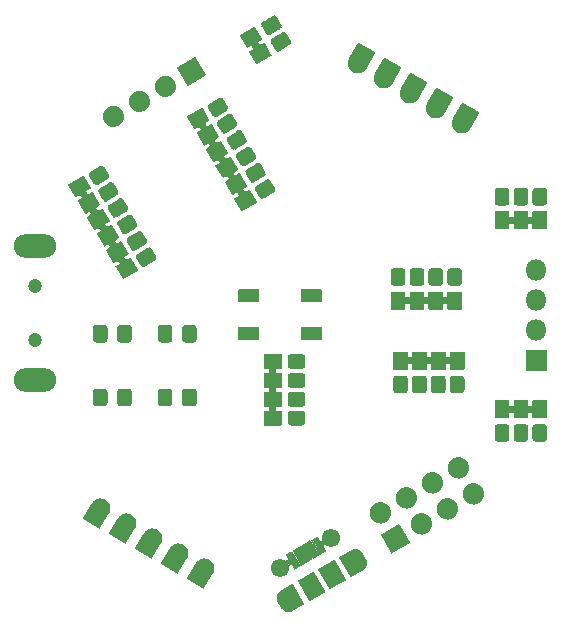
<source format=gbr>
G04 #@! TF.GenerationSoftware,KiCad,Pcbnew,5.1.9-73d0e3b20d~88~ubuntu20.10.1*
G04 #@! TF.CreationDate,2021-03-27T00:21:14+01:00*
G04 #@! TF.ProjectId,esp8266_01,65737038-3236-4365-9f30-312e6b696361,rev?*
G04 #@! TF.SameCoordinates,Original*
G04 #@! TF.FileFunction,Soldermask,Bot*
G04 #@! TF.FilePolarity,Negative*
%FSLAX46Y46*%
G04 Gerber Fmt 4.6, Leading zero omitted, Abs format (unit mm)*
G04 Created by KiCad (PCBNEW 5.1.9-73d0e3b20d~88~ubuntu20.10.1) date 2021-03-27 00:21:14*
%MOMM*%
%LPD*%
G01*
G04 APERTURE LIST*
%ADD10C,0.100000*%
%ADD11C,1.552000*%
%ADD12C,1.202000*%
%ADD13O,3.602000X2.002000*%
%ADD14O,1.802000X1.802000*%
G04 APERTURE END LIST*
D10*
G36*
X205395868Y-93176684D02*
G01*
X205388571Y-93183519D01*
X205380081Y-93188798D01*
X205370724Y-93192319D01*
X205360860Y-93193948D01*
X205350868Y-93193621D01*
X205341131Y-93191351D01*
X205332024Y-93187225D01*
X203946384Y-92387225D01*
X203938257Y-92381401D01*
X203931422Y-92374104D01*
X203926143Y-92365614D01*
X203922622Y-92356257D01*
X203920993Y-92346393D01*
X203921320Y-92336401D01*
X203923590Y-92326664D01*
X203927716Y-92317557D01*
X204662716Y-91044500D01*
X204668445Y-91036505D01*
X204683178Y-91010987D01*
X204685891Y-91006781D01*
X204731620Y-90942966D01*
X204734731Y-90939046D01*
X204786495Y-90880020D01*
X204789976Y-90876423D01*
X204847276Y-90822755D01*
X204851092Y-90819517D01*
X204913377Y-90771724D01*
X204917493Y-90768877D01*
X204984161Y-90727419D01*
X204988536Y-90724987D01*
X205058948Y-90690264D01*
X205063540Y-90688273D01*
X205137016Y-90660619D01*
X205141782Y-90659088D01*
X205217615Y-90638769D01*
X205222508Y-90637711D01*
X205299967Y-90624923D01*
X205304939Y-90624351D01*
X205383279Y-90619216D01*
X205388284Y-90619134D01*
X205466750Y-90621704D01*
X205471737Y-90622112D01*
X205549574Y-90632359D01*
X205554498Y-90633255D01*
X205630956Y-90651083D01*
X205635769Y-90652458D01*
X205710111Y-90677694D01*
X205714765Y-90679533D01*
X205786275Y-90711934D01*
X205790727Y-90714220D01*
X205858717Y-90753474D01*
X205862923Y-90756187D01*
X205926738Y-90801916D01*
X205930658Y-90805027D01*
X205989684Y-90856791D01*
X205993281Y-90860272D01*
X206046949Y-90917572D01*
X206050187Y-90921388D01*
X206097980Y-90983673D01*
X206100827Y-90987789D01*
X206142285Y-91054457D01*
X206144717Y-91058832D01*
X206179440Y-91129244D01*
X206181431Y-91133836D01*
X206209085Y-91207312D01*
X206210616Y-91212078D01*
X206230935Y-91287911D01*
X206231993Y-91292804D01*
X206244781Y-91370263D01*
X206245353Y-91375235D01*
X206250488Y-91453575D01*
X206250570Y-91458580D01*
X206248000Y-91537046D01*
X206247592Y-91542033D01*
X206237345Y-91619870D01*
X206236449Y-91624794D01*
X206218621Y-91701252D01*
X206217246Y-91706065D01*
X206192010Y-91780407D01*
X206190171Y-91785061D01*
X206157770Y-91856571D01*
X206155484Y-91861023D01*
X206140751Y-91886541D01*
X206136692Y-91895500D01*
X205401692Y-93168557D01*
X205395868Y-93176684D01*
G37*
G36*
X203196164Y-91906684D02*
G01*
X203188867Y-91913519D01*
X203180377Y-91918798D01*
X203171020Y-91922319D01*
X203161156Y-91923948D01*
X203151164Y-91923621D01*
X203141427Y-91921351D01*
X203132320Y-91917225D01*
X201746680Y-91117225D01*
X201738553Y-91111401D01*
X201731718Y-91104104D01*
X201726439Y-91095614D01*
X201722918Y-91086257D01*
X201721289Y-91076393D01*
X201721616Y-91066401D01*
X201723886Y-91056664D01*
X201728012Y-91047557D01*
X202463012Y-89774500D01*
X202468741Y-89766505D01*
X202483474Y-89740987D01*
X202486187Y-89736781D01*
X202531916Y-89672966D01*
X202535027Y-89669046D01*
X202586791Y-89610020D01*
X202590272Y-89606423D01*
X202647572Y-89552755D01*
X202651388Y-89549517D01*
X202713673Y-89501724D01*
X202717789Y-89498877D01*
X202784457Y-89457419D01*
X202788832Y-89454987D01*
X202859244Y-89420264D01*
X202863836Y-89418273D01*
X202937312Y-89390619D01*
X202942078Y-89389088D01*
X203017911Y-89368769D01*
X203022804Y-89367711D01*
X203100263Y-89354923D01*
X203105235Y-89354351D01*
X203183575Y-89349216D01*
X203188580Y-89349134D01*
X203267046Y-89351704D01*
X203272033Y-89352112D01*
X203349870Y-89362359D01*
X203354794Y-89363255D01*
X203431252Y-89381083D01*
X203436065Y-89382458D01*
X203510407Y-89407694D01*
X203515061Y-89409533D01*
X203586571Y-89441934D01*
X203591023Y-89444220D01*
X203659013Y-89483474D01*
X203663219Y-89486187D01*
X203727034Y-89531916D01*
X203730954Y-89535027D01*
X203789980Y-89586791D01*
X203793577Y-89590272D01*
X203847245Y-89647572D01*
X203850483Y-89651388D01*
X203898276Y-89713673D01*
X203901123Y-89717789D01*
X203942581Y-89784457D01*
X203945013Y-89788832D01*
X203979736Y-89859244D01*
X203981727Y-89863836D01*
X204009381Y-89937312D01*
X204010912Y-89942078D01*
X204031231Y-90017911D01*
X204032289Y-90022804D01*
X204045077Y-90100263D01*
X204045649Y-90105235D01*
X204050784Y-90183575D01*
X204050866Y-90188580D01*
X204048296Y-90267046D01*
X204047888Y-90272033D01*
X204037641Y-90349870D01*
X204036745Y-90354794D01*
X204018917Y-90431252D01*
X204017542Y-90436065D01*
X203992306Y-90510407D01*
X203990467Y-90515061D01*
X203958066Y-90586571D01*
X203955780Y-90591023D01*
X203941047Y-90616541D01*
X203936988Y-90625500D01*
X203201988Y-91898557D01*
X203196164Y-91906684D01*
G37*
G36*
X200996459Y-90636684D02*
G01*
X200989162Y-90643519D01*
X200980672Y-90648798D01*
X200971315Y-90652319D01*
X200961451Y-90653948D01*
X200951459Y-90653621D01*
X200941722Y-90651351D01*
X200932615Y-90647225D01*
X199546975Y-89847225D01*
X199538848Y-89841401D01*
X199532013Y-89834104D01*
X199526734Y-89825614D01*
X199523213Y-89816257D01*
X199521584Y-89806393D01*
X199521911Y-89796401D01*
X199524181Y-89786664D01*
X199528307Y-89777557D01*
X200263307Y-88504500D01*
X200269036Y-88496505D01*
X200283769Y-88470987D01*
X200286482Y-88466781D01*
X200332211Y-88402966D01*
X200335322Y-88399046D01*
X200387086Y-88340020D01*
X200390567Y-88336423D01*
X200447867Y-88282755D01*
X200451683Y-88279517D01*
X200513968Y-88231724D01*
X200518084Y-88228877D01*
X200584752Y-88187419D01*
X200589127Y-88184987D01*
X200659539Y-88150264D01*
X200664131Y-88148273D01*
X200737607Y-88120619D01*
X200742373Y-88119088D01*
X200818206Y-88098769D01*
X200823099Y-88097711D01*
X200900558Y-88084923D01*
X200905530Y-88084351D01*
X200983870Y-88079216D01*
X200988875Y-88079134D01*
X201067341Y-88081704D01*
X201072328Y-88082112D01*
X201150165Y-88092359D01*
X201155089Y-88093255D01*
X201231547Y-88111083D01*
X201236360Y-88112458D01*
X201310702Y-88137694D01*
X201315356Y-88139533D01*
X201386866Y-88171934D01*
X201391318Y-88174220D01*
X201459308Y-88213474D01*
X201463514Y-88216187D01*
X201527329Y-88261916D01*
X201531249Y-88265027D01*
X201590275Y-88316791D01*
X201593872Y-88320272D01*
X201647540Y-88377572D01*
X201650778Y-88381388D01*
X201698571Y-88443673D01*
X201701418Y-88447789D01*
X201742876Y-88514457D01*
X201745308Y-88518832D01*
X201780031Y-88589244D01*
X201782022Y-88593836D01*
X201809676Y-88667312D01*
X201811207Y-88672078D01*
X201831526Y-88747911D01*
X201832584Y-88752804D01*
X201845372Y-88830263D01*
X201845944Y-88835235D01*
X201851079Y-88913575D01*
X201851161Y-88918580D01*
X201848591Y-88997046D01*
X201848183Y-89002033D01*
X201837936Y-89079870D01*
X201837040Y-89084794D01*
X201819212Y-89161252D01*
X201817837Y-89166065D01*
X201792601Y-89240407D01*
X201790762Y-89245061D01*
X201758361Y-89316571D01*
X201756075Y-89321023D01*
X201741342Y-89346541D01*
X201737283Y-89355500D01*
X201002283Y-90628557D01*
X200996459Y-90636684D01*
G37*
G36*
X198796755Y-89366684D02*
G01*
X198789458Y-89373519D01*
X198780968Y-89378798D01*
X198771611Y-89382319D01*
X198761747Y-89383948D01*
X198751755Y-89383621D01*
X198742018Y-89381351D01*
X198732911Y-89377225D01*
X197347271Y-88577225D01*
X197339144Y-88571401D01*
X197332309Y-88564104D01*
X197327030Y-88555614D01*
X197323509Y-88546257D01*
X197321880Y-88536393D01*
X197322207Y-88526401D01*
X197324477Y-88516664D01*
X197328603Y-88507557D01*
X198063603Y-87234500D01*
X198069332Y-87226505D01*
X198084065Y-87200987D01*
X198086778Y-87196781D01*
X198132507Y-87132966D01*
X198135618Y-87129046D01*
X198187382Y-87070020D01*
X198190863Y-87066423D01*
X198248163Y-87012755D01*
X198251979Y-87009517D01*
X198314264Y-86961724D01*
X198318380Y-86958877D01*
X198385048Y-86917419D01*
X198389423Y-86914987D01*
X198459835Y-86880264D01*
X198464427Y-86878273D01*
X198537903Y-86850619D01*
X198542669Y-86849088D01*
X198618502Y-86828769D01*
X198623395Y-86827711D01*
X198700854Y-86814923D01*
X198705826Y-86814351D01*
X198784166Y-86809216D01*
X198789171Y-86809134D01*
X198867637Y-86811704D01*
X198872624Y-86812112D01*
X198950461Y-86822359D01*
X198955385Y-86823255D01*
X199031843Y-86841083D01*
X199036656Y-86842458D01*
X199110998Y-86867694D01*
X199115652Y-86869533D01*
X199187162Y-86901934D01*
X199191614Y-86904220D01*
X199259604Y-86943474D01*
X199263810Y-86946187D01*
X199327625Y-86991916D01*
X199331545Y-86995027D01*
X199390571Y-87046791D01*
X199394168Y-87050272D01*
X199447836Y-87107572D01*
X199451074Y-87111388D01*
X199498867Y-87173673D01*
X199501714Y-87177789D01*
X199543172Y-87244457D01*
X199545604Y-87248832D01*
X199580327Y-87319244D01*
X199582318Y-87323836D01*
X199609972Y-87397312D01*
X199611503Y-87402078D01*
X199631822Y-87477911D01*
X199632880Y-87482804D01*
X199645668Y-87560263D01*
X199646240Y-87565235D01*
X199651375Y-87643575D01*
X199651457Y-87648580D01*
X199648887Y-87727046D01*
X199648479Y-87732033D01*
X199638232Y-87809870D01*
X199637336Y-87814794D01*
X199619508Y-87891252D01*
X199618133Y-87896065D01*
X199592897Y-87970407D01*
X199591058Y-87975061D01*
X199558657Y-88046571D01*
X199556371Y-88051023D01*
X199541638Y-88076541D01*
X199537579Y-88085500D01*
X198802579Y-89358557D01*
X198796755Y-89366684D01*
G37*
G36*
X196597050Y-88096684D02*
G01*
X196589753Y-88103519D01*
X196581263Y-88108798D01*
X196571906Y-88112319D01*
X196562042Y-88113948D01*
X196552050Y-88113621D01*
X196542313Y-88111351D01*
X196533206Y-88107225D01*
X195147566Y-87307225D01*
X195139439Y-87301401D01*
X195132604Y-87294104D01*
X195127325Y-87285614D01*
X195123804Y-87276257D01*
X195122175Y-87266393D01*
X195122502Y-87256401D01*
X195124772Y-87246664D01*
X195128898Y-87237557D01*
X195863898Y-85964500D01*
X195869627Y-85956505D01*
X195884360Y-85930987D01*
X195887073Y-85926781D01*
X195932802Y-85862966D01*
X195935913Y-85859046D01*
X195987677Y-85800020D01*
X195991158Y-85796423D01*
X196048458Y-85742755D01*
X196052274Y-85739517D01*
X196114559Y-85691724D01*
X196118675Y-85688877D01*
X196185343Y-85647419D01*
X196189718Y-85644987D01*
X196260130Y-85610264D01*
X196264722Y-85608273D01*
X196338198Y-85580619D01*
X196342964Y-85579088D01*
X196418797Y-85558769D01*
X196423690Y-85557711D01*
X196501149Y-85544923D01*
X196506121Y-85544351D01*
X196584461Y-85539216D01*
X196589466Y-85539134D01*
X196667932Y-85541704D01*
X196672919Y-85542112D01*
X196750756Y-85552359D01*
X196755680Y-85553255D01*
X196832138Y-85571083D01*
X196836951Y-85572458D01*
X196911293Y-85597694D01*
X196915947Y-85599533D01*
X196987457Y-85631934D01*
X196991909Y-85634220D01*
X197059899Y-85673474D01*
X197064105Y-85676187D01*
X197127920Y-85721916D01*
X197131840Y-85725027D01*
X197190866Y-85776791D01*
X197194463Y-85780272D01*
X197248131Y-85837572D01*
X197251369Y-85841388D01*
X197299162Y-85903673D01*
X197302009Y-85907789D01*
X197343467Y-85974457D01*
X197345899Y-85978832D01*
X197380622Y-86049244D01*
X197382613Y-86053836D01*
X197410267Y-86127312D01*
X197411798Y-86132078D01*
X197432117Y-86207911D01*
X197433175Y-86212804D01*
X197445963Y-86290263D01*
X197446535Y-86295235D01*
X197451670Y-86373575D01*
X197451752Y-86378580D01*
X197449182Y-86457046D01*
X197448774Y-86462033D01*
X197438527Y-86539870D01*
X197437631Y-86544794D01*
X197419803Y-86621252D01*
X197418428Y-86626065D01*
X197393192Y-86700407D01*
X197391353Y-86705061D01*
X197358952Y-86776571D01*
X197356666Y-86781023D01*
X197341933Y-86806541D01*
X197337874Y-86815500D01*
X196602874Y-88088557D01*
X196597050Y-88096684D01*
G37*
G36*
X227202654Y-52073316D02*
G01*
X227209951Y-52066481D01*
X227218441Y-52061202D01*
X227227798Y-52057681D01*
X227237662Y-52056052D01*
X227247654Y-52056379D01*
X227257391Y-52058649D01*
X227266498Y-52062775D01*
X228652138Y-52862775D01*
X228660265Y-52868599D01*
X228667100Y-52875896D01*
X228672379Y-52884386D01*
X228675900Y-52893743D01*
X228677529Y-52903607D01*
X228677202Y-52913599D01*
X228674932Y-52923336D01*
X228670806Y-52932443D01*
X227935806Y-54205500D01*
X227930077Y-54213495D01*
X227915344Y-54239013D01*
X227912631Y-54243219D01*
X227866902Y-54307034D01*
X227863791Y-54310954D01*
X227812027Y-54369980D01*
X227808546Y-54373577D01*
X227751246Y-54427245D01*
X227747430Y-54430483D01*
X227685145Y-54478276D01*
X227681029Y-54481123D01*
X227614361Y-54522581D01*
X227609986Y-54525013D01*
X227539574Y-54559736D01*
X227534982Y-54561727D01*
X227461506Y-54589381D01*
X227456740Y-54590912D01*
X227380907Y-54611231D01*
X227376014Y-54612289D01*
X227298555Y-54625077D01*
X227293583Y-54625649D01*
X227215243Y-54630784D01*
X227210238Y-54630866D01*
X227131772Y-54628296D01*
X227126785Y-54627888D01*
X227048948Y-54617641D01*
X227044024Y-54616745D01*
X226967566Y-54598917D01*
X226962753Y-54597542D01*
X226888411Y-54572306D01*
X226883757Y-54570467D01*
X226812247Y-54538066D01*
X226807795Y-54535780D01*
X226739805Y-54496526D01*
X226735599Y-54493813D01*
X226671784Y-54448084D01*
X226667864Y-54444973D01*
X226608838Y-54393209D01*
X226605241Y-54389728D01*
X226551573Y-54332428D01*
X226548335Y-54328612D01*
X226500542Y-54266327D01*
X226497695Y-54262211D01*
X226456237Y-54195543D01*
X226453805Y-54191168D01*
X226419082Y-54120756D01*
X226417091Y-54116164D01*
X226389437Y-54042688D01*
X226387906Y-54037922D01*
X226367587Y-53962089D01*
X226366529Y-53957196D01*
X226353741Y-53879737D01*
X226353169Y-53874765D01*
X226348034Y-53796425D01*
X226347952Y-53791420D01*
X226350522Y-53712954D01*
X226350930Y-53707967D01*
X226361177Y-53630130D01*
X226362073Y-53625206D01*
X226379901Y-53548748D01*
X226381276Y-53543935D01*
X226406512Y-53469593D01*
X226408351Y-53464939D01*
X226440752Y-53393429D01*
X226443038Y-53388977D01*
X226457771Y-53363459D01*
X226461830Y-53354500D01*
X227196830Y-52081443D01*
X227202654Y-52073316D01*
G37*
G36*
X225002950Y-50803316D02*
G01*
X225010247Y-50796481D01*
X225018737Y-50791202D01*
X225028094Y-50787681D01*
X225037958Y-50786052D01*
X225047950Y-50786379D01*
X225057687Y-50788649D01*
X225066794Y-50792775D01*
X226452434Y-51592775D01*
X226460561Y-51598599D01*
X226467396Y-51605896D01*
X226472675Y-51614386D01*
X226476196Y-51623743D01*
X226477825Y-51633607D01*
X226477498Y-51643599D01*
X226475228Y-51653336D01*
X226471102Y-51662443D01*
X225736102Y-52935500D01*
X225730373Y-52943495D01*
X225715640Y-52969013D01*
X225712927Y-52973219D01*
X225667198Y-53037034D01*
X225664087Y-53040954D01*
X225612323Y-53099980D01*
X225608842Y-53103577D01*
X225551542Y-53157245D01*
X225547726Y-53160483D01*
X225485441Y-53208276D01*
X225481325Y-53211123D01*
X225414657Y-53252581D01*
X225410282Y-53255013D01*
X225339870Y-53289736D01*
X225335278Y-53291727D01*
X225261802Y-53319381D01*
X225257036Y-53320912D01*
X225181203Y-53341231D01*
X225176310Y-53342289D01*
X225098851Y-53355077D01*
X225093879Y-53355649D01*
X225015539Y-53360784D01*
X225010534Y-53360866D01*
X224932068Y-53358296D01*
X224927081Y-53357888D01*
X224849244Y-53347641D01*
X224844320Y-53346745D01*
X224767862Y-53328917D01*
X224763049Y-53327542D01*
X224688707Y-53302306D01*
X224684053Y-53300467D01*
X224612543Y-53268066D01*
X224608091Y-53265780D01*
X224540101Y-53226526D01*
X224535895Y-53223813D01*
X224472080Y-53178084D01*
X224468160Y-53174973D01*
X224409134Y-53123209D01*
X224405537Y-53119728D01*
X224351869Y-53062428D01*
X224348631Y-53058612D01*
X224300838Y-52996327D01*
X224297991Y-52992211D01*
X224256533Y-52925543D01*
X224254101Y-52921168D01*
X224219378Y-52850756D01*
X224217387Y-52846164D01*
X224189733Y-52772688D01*
X224188202Y-52767922D01*
X224167883Y-52692089D01*
X224166825Y-52687196D01*
X224154037Y-52609737D01*
X224153465Y-52604765D01*
X224148330Y-52526425D01*
X224148248Y-52521420D01*
X224150818Y-52442954D01*
X224151226Y-52437967D01*
X224161473Y-52360130D01*
X224162369Y-52355206D01*
X224180197Y-52278748D01*
X224181572Y-52273935D01*
X224206808Y-52199593D01*
X224208647Y-52194939D01*
X224241048Y-52123429D01*
X224243334Y-52118977D01*
X224258067Y-52093459D01*
X224262126Y-52084500D01*
X224997126Y-50811443D01*
X225002950Y-50803316D01*
G37*
G36*
X222803245Y-49533316D02*
G01*
X222810542Y-49526481D01*
X222819032Y-49521202D01*
X222828389Y-49517681D01*
X222838253Y-49516052D01*
X222848245Y-49516379D01*
X222857982Y-49518649D01*
X222867089Y-49522775D01*
X224252729Y-50322775D01*
X224260856Y-50328599D01*
X224267691Y-50335896D01*
X224272970Y-50344386D01*
X224276491Y-50353743D01*
X224278120Y-50363607D01*
X224277793Y-50373599D01*
X224275523Y-50383336D01*
X224271397Y-50392443D01*
X223536397Y-51665500D01*
X223530668Y-51673495D01*
X223515935Y-51699013D01*
X223513222Y-51703219D01*
X223467493Y-51767034D01*
X223464382Y-51770954D01*
X223412618Y-51829980D01*
X223409137Y-51833577D01*
X223351837Y-51887245D01*
X223348021Y-51890483D01*
X223285736Y-51938276D01*
X223281620Y-51941123D01*
X223214952Y-51982581D01*
X223210577Y-51985013D01*
X223140165Y-52019736D01*
X223135573Y-52021727D01*
X223062097Y-52049381D01*
X223057331Y-52050912D01*
X222981498Y-52071231D01*
X222976605Y-52072289D01*
X222899146Y-52085077D01*
X222894174Y-52085649D01*
X222815834Y-52090784D01*
X222810829Y-52090866D01*
X222732363Y-52088296D01*
X222727376Y-52087888D01*
X222649539Y-52077641D01*
X222644615Y-52076745D01*
X222568157Y-52058917D01*
X222563344Y-52057542D01*
X222489002Y-52032306D01*
X222484348Y-52030467D01*
X222412838Y-51998066D01*
X222408386Y-51995780D01*
X222340396Y-51956526D01*
X222336190Y-51953813D01*
X222272375Y-51908084D01*
X222268455Y-51904973D01*
X222209429Y-51853209D01*
X222205832Y-51849728D01*
X222152164Y-51792428D01*
X222148926Y-51788612D01*
X222101133Y-51726327D01*
X222098286Y-51722211D01*
X222056828Y-51655543D01*
X222054396Y-51651168D01*
X222019673Y-51580756D01*
X222017682Y-51576164D01*
X221990028Y-51502688D01*
X221988497Y-51497922D01*
X221968178Y-51422089D01*
X221967120Y-51417196D01*
X221954332Y-51339737D01*
X221953760Y-51334765D01*
X221948625Y-51256425D01*
X221948543Y-51251420D01*
X221951113Y-51172954D01*
X221951521Y-51167967D01*
X221961768Y-51090130D01*
X221962664Y-51085206D01*
X221980492Y-51008748D01*
X221981867Y-51003935D01*
X222007103Y-50929593D01*
X222008942Y-50924939D01*
X222041343Y-50853429D01*
X222043629Y-50848977D01*
X222058362Y-50823459D01*
X222062421Y-50814500D01*
X222797421Y-49541443D01*
X222803245Y-49533316D01*
G37*
G36*
X220603541Y-48263316D02*
G01*
X220610838Y-48256481D01*
X220619328Y-48251202D01*
X220628685Y-48247681D01*
X220638549Y-48246052D01*
X220648541Y-48246379D01*
X220658278Y-48248649D01*
X220667385Y-48252775D01*
X222053025Y-49052775D01*
X222061152Y-49058599D01*
X222067987Y-49065896D01*
X222073266Y-49074386D01*
X222076787Y-49083743D01*
X222078416Y-49093607D01*
X222078089Y-49103599D01*
X222075819Y-49113336D01*
X222071693Y-49122443D01*
X221336693Y-50395500D01*
X221330964Y-50403495D01*
X221316231Y-50429013D01*
X221313518Y-50433219D01*
X221267789Y-50497034D01*
X221264678Y-50500954D01*
X221212914Y-50559980D01*
X221209433Y-50563577D01*
X221152133Y-50617245D01*
X221148317Y-50620483D01*
X221086032Y-50668276D01*
X221081916Y-50671123D01*
X221015248Y-50712581D01*
X221010873Y-50715013D01*
X220940461Y-50749736D01*
X220935869Y-50751727D01*
X220862393Y-50779381D01*
X220857627Y-50780912D01*
X220781794Y-50801231D01*
X220776901Y-50802289D01*
X220699442Y-50815077D01*
X220694470Y-50815649D01*
X220616130Y-50820784D01*
X220611125Y-50820866D01*
X220532659Y-50818296D01*
X220527672Y-50817888D01*
X220449835Y-50807641D01*
X220444911Y-50806745D01*
X220368453Y-50788917D01*
X220363640Y-50787542D01*
X220289298Y-50762306D01*
X220284644Y-50760467D01*
X220213134Y-50728066D01*
X220208682Y-50725780D01*
X220140692Y-50686526D01*
X220136486Y-50683813D01*
X220072671Y-50638084D01*
X220068751Y-50634973D01*
X220009725Y-50583209D01*
X220006128Y-50579728D01*
X219952460Y-50522428D01*
X219949222Y-50518612D01*
X219901429Y-50456327D01*
X219898582Y-50452211D01*
X219857124Y-50385543D01*
X219854692Y-50381168D01*
X219819969Y-50310756D01*
X219817978Y-50306164D01*
X219790324Y-50232688D01*
X219788793Y-50227922D01*
X219768474Y-50152089D01*
X219767416Y-50147196D01*
X219754628Y-50069737D01*
X219754056Y-50064765D01*
X219748921Y-49986425D01*
X219748839Y-49981420D01*
X219751409Y-49902954D01*
X219751817Y-49897967D01*
X219762064Y-49820130D01*
X219762960Y-49815206D01*
X219780788Y-49738748D01*
X219782163Y-49733935D01*
X219807399Y-49659593D01*
X219809238Y-49654939D01*
X219841639Y-49583429D01*
X219843925Y-49578977D01*
X219858658Y-49553459D01*
X219862717Y-49544500D01*
X220597717Y-48271443D01*
X220603541Y-48263316D01*
G37*
G36*
X218403836Y-46993316D02*
G01*
X218411133Y-46986481D01*
X218419623Y-46981202D01*
X218428980Y-46977681D01*
X218438844Y-46976052D01*
X218448836Y-46976379D01*
X218458573Y-46978649D01*
X218467680Y-46982775D01*
X219853320Y-47782775D01*
X219861447Y-47788599D01*
X219868282Y-47795896D01*
X219873561Y-47804386D01*
X219877082Y-47813743D01*
X219878711Y-47823607D01*
X219878384Y-47833599D01*
X219876114Y-47843336D01*
X219871988Y-47852443D01*
X219136988Y-49125500D01*
X219131259Y-49133495D01*
X219116526Y-49159013D01*
X219113813Y-49163219D01*
X219068084Y-49227034D01*
X219064973Y-49230954D01*
X219013209Y-49289980D01*
X219009728Y-49293577D01*
X218952428Y-49347245D01*
X218948612Y-49350483D01*
X218886327Y-49398276D01*
X218882211Y-49401123D01*
X218815543Y-49442581D01*
X218811168Y-49445013D01*
X218740756Y-49479736D01*
X218736164Y-49481727D01*
X218662688Y-49509381D01*
X218657922Y-49510912D01*
X218582089Y-49531231D01*
X218577196Y-49532289D01*
X218499737Y-49545077D01*
X218494765Y-49545649D01*
X218416425Y-49550784D01*
X218411420Y-49550866D01*
X218332954Y-49548296D01*
X218327967Y-49547888D01*
X218250130Y-49537641D01*
X218245206Y-49536745D01*
X218168748Y-49518917D01*
X218163935Y-49517542D01*
X218089593Y-49492306D01*
X218084939Y-49490467D01*
X218013429Y-49458066D01*
X218008977Y-49455780D01*
X217940987Y-49416526D01*
X217936781Y-49413813D01*
X217872966Y-49368084D01*
X217869046Y-49364973D01*
X217810020Y-49313209D01*
X217806423Y-49309728D01*
X217752755Y-49252428D01*
X217749517Y-49248612D01*
X217701724Y-49186327D01*
X217698877Y-49182211D01*
X217657419Y-49115543D01*
X217654987Y-49111168D01*
X217620264Y-49040756D01*
X217618273Y-49036164D01*
X217590619Y-48962688D01*
X217589088Y-48957922D01*
X217568769Y-48882089D01*
X217567711Y-48877196D01*
X217554923Y-48799737D01*
X217554351Y-48794765D01*
X217549216Y-48716425D01*
X217549134Y-48711420D01*
X217551704Y-48632954D01*
X217552112Y-48627967D01*
X217562359Y-48550130D01*
X217563255Y-48545206D01*
X217581083Y-48468748D01*
X217582458Y-48463935D01*
X217607694Y-48389593D01*
X217609533Y-48384939D01*
X217641934Y-48313429D01*
X217644220Y-48308977D01*
X217658953Y-48283459D01*
X217663012Y-48274500D01*
X218398012Y-47001443D01*
X218403836Y-46993316D01*
G37*
G36*
X234425020Y-62709950D02*
G01*
X234422118Y-62719517D01*
X234417405Y-62728334D01*
X234411062Y-62736062D01*
X234403334Y-62742405D01*
X234394517Y-62747118D01*
X234384950Y-62750020D01*
X234375000Y-62751000D01*
X233225000Y-62751000D01*
X233215050Y-62750020D01*
X233205483Y-62747118D01*
X233196666Y-62742405D01*
X233188938Y-62736062D01*
X233182595Y-62728334D01*
X233177882Y-62719517D01*
X233174980Y-62709950D01*
X233174000Y-62700000D01*
X233174000Y-62301000D01*
X232826000Y-62301000D01*
X232826000Y-62700000D01*
X232825020Y-62709950D01*
X232822118Y-62719517D01*
X232817405Y-62728334D01*
X232811062Y-62736062D01*
X232803334Y-62742405D01*
X232794517Y-62747118D01*
X232784950Y-62750020D01*
X232775000Y-62751000D01*
X231625000Y-62751000D01*
X231615050Y-62750020D01*
X231605483Y-62747118D01*
X231596666Y-62742405D01*
X231588938Y-62736062D01*
X231582595Y-62728334D01*
X231577882Y-62719517D01*
X231574980Y-62709950D01*
X231574000Y-62700000D01*
X231574000Y-62301000D01*
X231226000Y-62301000D01*
X231226000Y-62700000D01*
X231225020Y-62709950D01*
X231222118Y-62719517D01*
X231217405Y-62728334D01*
X231211062Y-62736062D01*
X231203334Y-62742405D01*
X231194517Y-62747118D01*
X231184950Y-62750020D01*
X231175000Y-62751000D01*
X230025000Y-62751000D01*
X230015050Y-62750020D01*
X230005483Y-62747118D01*
X229996666Y-62742405D01*
X229988938Y-62736062D01*
X229982595Y-62728334D01*
X229977882Y-62719517D01*
X229974980Y-62709950D01*
X229974000Y-62700000D01*
X229974000Y-61300000D01*
X229974980Y-61290050D01*
X229977882Y-61280483D01*
X229982595Y-61271666D01*
X229988938Y-61263938D01*
X229996666Y-61257595D01*
X230005483Y-61252882D01*
X230015050Y-61249980D01*
X230025000Y-61249000D01*
X231175000Y-61249000D01*
X231184950Y-61249980D01*
X231194517Y-61252882D01*
X231203334Y-61257595D01*
X231211062Y-61263938D01*
X231217405Y-61271666D01*
X231222118Y-61280483D01*
X231225020Y-61290050D01*
X231226000Y-61300000D01*
X231226000Y-61699000D01*
X231574000Y-61699000D01*
X231574000Y-61300000D01*
X231574980Y-61290050D01*
X231577882Y-61280483D01*
X231582595Y-61271666D01*
X231588938Y-61263938D01*
X231596666Y-61257595D01*
X231605483Y-61252882D01*
X231615050Y-61249980D01*
X231625000Y-61249000D01*
X232775000Y-61249000D01*
X232784950Y-61249980D01*
X232794517Y-61252882D01*
X232803334Y-61257595D01*
X232811062Y-61263938D01*
X232817405Y-61271666D01*
X232822118Y-61280483D01*
X232825020Y-61290050D01*
X232826000Y-61300000D01*
X232826000Y-61699000D01*
X233174000Y-61699000D01*
X233174000Y-61300000D01*
X233174980Y-61290050D01*
X233177882Y-61280483D01*
X233182595Y-61271666D01*
X233188938Y-61263938D01*
X233196666Y-61257595D01*
X233205483Y-61252882D01*
X233215050Y-61249980D01*
X233225000Y-61249000D01*
X234375000Y-61249000D01*
X234384950Y-61249980D01*
X234394517Y-61252882D01*
X234403334Y-61257595D01*
X234411062Y-61263938D01*
X234417405Y-61271666D01*
X234422118Y-61280483D01*
X234425020Y-61290050D01*
X234426000Y-61300000D01*
X234426000Y-62700000D01*
X234425020Y-62709950D01*
G37*
G36*
G01*
X233174000Y-60479316D02*
X233174000Y-59520684D01*
G75*
G02*
X233445684Y-59249000I271684J0D01*
G01*
X234154316Y-59249000D01*
G75*
G02*
X234426000Y-59520684I0J-271684D01*
G01*
X234426000Y-60479316D01*
G75*
G02*
X234154316Y-60751000I-271684J0D01*
G01*
X233445684Y-60751000D01*
G75*
G02*
X233174000Y-60479316I0J271684D01*
G01*
G37*
G36*
G01*
X232826000Y-59520684D02*
X232826000Y-60479316D01*
G75*
G02*
X232554316Y-60751000I-271684J0D01*
G01*
X231845684Y-60751000D01*
G75*
G02*
X231574000Y-60479316I0J271684D01*
G01*
X231574000Y-59520684D01*
G75*
G02*
X231845684Y-59249000I271684J0D01*
G01*
X232554316Y-59249000D01*
G75*
G02*
X232826000Y-59520684I0J-271684D01*
G01*
G37*
G36*
G01*
X229974000Y-60478828D02*
X229974000Y-59521172D01*
G75*
G02*
X230246172Y-59249000I272172J0D01*
G01*
X230953828Y-59249000D01*
G75*
G02*
X231226000Y-59521172I0J-272172D01*
G01*
X231226000Y-60478828D01*
G75*
G02*
X230953828Y-60751000I-272172J0D01*
G01*
X230246172Y-60751000D01*
G75*
G02*
X229974000Y-60478828I0J272172D01*
G01*
G37*
G36*
X229974980Y-77290050D02*
G01*
X229977882Y-77280483D01*
X229982595Y-77271666D01*
X229988938Y-77263938D01*
X229996666Y-77257595D01*
X230005483Y-77252882D01*
X230015050Y-77249980D01*
X230025000Y-77249000D01*
X231175000Y-77249000D01*
X231184950Y-77249980D01*
X231194517Y-77252882D01*
X231203334Y-77257595D01*
X231211062Y-77263938D01*
X231217405Y-77271666D01*
X231222118Y-77280483D01*
X231225020Y-77290050D01*
X231226000Y-77300000D01*
X231226000Y-77699000D01*
X231574000Y-77699000D01*
X231574000Y-77300000D01*
X231574980Y-77290050D01*
X231577882Y-77280483D01*
X231582595Y-77271666D01*
X231588938Y-77263938D01*
X231596666Y-77257595D01*
X231605483Y-77252882D01*
X231615050Y-77249980D01*
X231625000Y-77249000D01*
X232775000Y-77249000D01*
X232784950Y-77249980D01*
X232794517Y-77252882D01*
X232803334Y-77257595D01*
X232811062Y-77263938D01*
X232817405Y-77271666D01*
X232822118Y-77280483D01*
X232825020Y-77290050D01*
X232826000Y-77300000D01*
X232826000Y-77699000D01*
X233174000Y-77699000D01*
X233174000Y-77300000D01*
X233174980Y-77290050D01*
X233177882Y-77280483D01*
X233182595Y-77271666D01*
X233188938Y-77263938D01*
X233196666Y-77257595D01*
X233205483Y-77252882D01*
X233215050Y-77249980D01*
X233225000Y-77249000D01*
X234375000Y-77249000D01*
X234384950Y-77249980D01*
X234394517Y-77252882D01*
X234403334Y-77257595D01*
X234411062Y-77263938D01*
X234417405Y-77271666D01*
X234422118Y-77280483D01*
X234425020Y-77290050D01*
X234426000Y-77300000D01*
X234426000Y-78700000D01*
X234425020Y-78709950D01*
X234422118Y-78719517D01*
X234417405Y-78728334D01*
X234411062Y-78736062D01*
X234403334Y-78742405D01*
X234394517Y-78747118D01*
X234384950Y-78750020D01*
X234375000Y-78751000D01*
X233225000Y-78751000D01*
X233215050Y-78750020D01*
X233205483Y-78747118D01*
X233196666Y-78742405D01*
X233188938Y-78736062D01*
X233182595Y-78728334D01*
X233177882Y-78719517D01*
X233174980Y-78709950D01*
X233174000Y-78700000D01*
X233174000Y-78301000D01*
X232826000Y-78301000D01*
X232826000Y-78700000D01*
X232825020Y-78709950D01*
X232822118Y-78719517D01*
X232817405Y-78728334D01*
X232811062Y-78736062D01*
X232803334Y-78742405D01*
X232794517Y-78747118D01*
X232784950Y-78750020D01*
X232775000Y-78751000D01*
X231625000Y-78751000D01*
X231615050Y-78750020D01*
X231605483Y-78747118D01*
X231596666Y-78742405D01*
X231588938Y-78736062D01*
X231582595Y-78728334D01*
X231577882Y-78719517D01*
X231574980Y-78709950D01*
X231574000Y-78700000D01*
X231574000Y-78301000D01*
X231226000Y-78301000D01*
X231226000Y-78700000D01*
X231225020Y-78709950D01*
X231222118Y-78719517D01*
X231217405Y-78728334D01*
X231211062Y-78736062D01*
X231203334Y-78742405D01*
X231194517Y-78747118D01*
X231184950Y-78750020D01*
X231175000Y-78751000D01*
X230025000Y-78751000D01*
X230015050Y-78750020D01*
X230005483Y-78747118D01*
X229996666Y-78742405D01*
X229988938Y-78736062D01*
X229982595Y-78728334D01*
X229977882Y-78719517D01*
X229974980Y-78709950D01*
X229974000Y-78700000D01*
X229974000Y-77300000D01*
X229974980Y-77290050D01*
G37*
G36*
G01*
X231226000Y-79520684D02*
X231226000Y-80479316D01*
G75*
G02*
X230954316Y-80751000I-271684J0D01*
G01*
X230245684Y-80751000D01*
G75*
G02*
X229974000Y-80479316I0J271684D01*
G01*
X229974000Y-79520684D01*
G75*
G02*
X230245684Y-79249000I271684J0D01*
G01*
X230954316Y-79249000D01*
G75*
G02*
X231226000Y-79520684I0J-271684D01*
G01*
G37*
G36*
G01*
X231574000Y-80479316D02*
X231574000Y-79520684D01*
G75*
G02*
X231845684Y-79249000I271684J0D01*
G01*
X232554316Y-79249000D01*
G75*
G02*
X232826000Y-79520684I0J-271684D01*
G01*
X232826000Y-80479316D01*
G75*
G02*
X232554316Y-80751000I-271684J0D01*
G01*
X231845684Y-80751000D01*
G75*
G02*
X231574000Y-80479316I0J271684D01*
G01*
G37*
G36*
G01*
X234426000Y-79521172D02*
X234426000Y-80478828D01*
G75*
G02*
X234153828Y-80751000I-272172J0D01*
G01*
X233446172Y-80751000D01*
G75*
G02*
X233174000Y-80478828I0J272172D01*
G01*
X233174000Y-79521172D01*
G75*
G02*
X233446172Y-79249000I272172J0D01*
G01*
X234153828Y-79249000D01*
G75*
G02*
X234426000Y-79521172I0J-272172D01*
G01*
G37*
G36*
X210490050Y-79375020D02*
G01*
X210480483Y-79372118D01*
X210471666Y-79367405D01*
X210463938Y-79361062D01*
X210457595Y-79353334D01*
X210452882Y-79344517D01*
X210449980Y-79334950D01*
X210449000Y-79325000D01*
X210449000Y-78175000D01*
X210449980Y-78165050D01*
X210452882Y-78155483D01*
X210457595Y-78146666D01*
X210463938Y-78138938D01*
X210471666Y-78132595D01*
X210480483Y-78127882D01*
X210490050Y-78124980D01*
X210500000Y-78124000D01*
X210899000Y-78124000D01*
X210899000Y-77776000D01*
X210500000Y-77776000D01*
X210490050Y-77775020D01*
X210480483Y-77772118D01*
X210471666Y-77767405D01*
X210463938Y-77761062D01*
X210457595Y-77753334D01*
X210452882Y-77744517D01*
X210449980Y-77734950D01*
X210449000Y-77725000D01*
X210449000Y-76575000D01*
X210449980Y-76565050D01*
X210452882Y-76555483D01*
X210457595Y-76546666D01*
X210463938Y-76538938D01*
X210471666Y-76532595D01*
X210480483Y-76527882D01*
X210490050Y-76524980D01*
X210500000Y-76524000D01*
X210899000Y-76524000D01*
X210899000Y-76176000D01*
X210500000Y-76176000D01*
X210490050Y-76175020D01*
X210480483Y-76172118D01*
X210471666Y-76167405D01*
X210463938Y-76161062D01*
X210457595Y-76153334D01*
X210452882Y-76144517D01*
X210449980Y-76134950D01*
X210449000Y-76125000D01*
X210449000Y-74975000D01*
X210449980Y-74965050D01*
X210452882Y-74955483D01*
X210457595Y-74946666D01*
X210463938Y-74938938D01*
X210471666Y-74932595D01*
X210480483Y-74927882D01*
X210490050Y-74924980D01*
X210500000Y-74924000D01*
X210899000Y-74924000D01*
X210899000Y-74576000D01*
X210500000Y-74576000D01*
X210490050Y-74575020D01*
X210480483Y-74572118D01*
X210471666Y-74567405D01*
X210463938Y-74561062D01*
X210457595Y-74553334D01*
X210452882Y-74544517D01*
X210449980Y-74534950D01*
X210449000Y-74525000D01*
X210449000Y-73375000D01*
X210449980Y-73365050D01*
X210452882Y-73355483D01*
X210457595Y-73346666D01*
X210463938Y-73338938D01*
X210471666Y-73332595D01*
X210480483Y-73327882D01*
X210490050Y-73324980D01*
X210500000Y-73324000D01*
X211900000Y-73324000D01*
X211909950Y-73324980D01*
X211919517Y-73327882D01*
X211928334Y-73332595D01*
X211936062Y-73338938D01*
X211942405Y-73346666D01*
X211947118Y-73355483D01*
X211950020Y-73365050D01*
X211951000Y-73375000D01*
X211951000Y-74525000D01*
X211950020Y-74534950D01*
X211947118Y-74544517D01*
X211942405Y-74553334D01*
X211936062Y-74561062D01*
X211928334Y-74567405D01*
X211919517Y-74572118D01*
X211909950Y-74575020D01*
X211900000Y-74576000D01*
X211501000Y-74576000D01*
X211501000Y-74924000D01*
X211900000Y-74924000D01*
X211909950Y-74924980D01*
X211919517Y-74927882D01*
X211928334Y-74932595D01*
X211936062Y-74938938D01*
X211942405Y-74946666D01*
X211947118Y-74955483D01*
X211950020Y-74965050D01*
X211951000Y-74975000D01*
X211951000Y-76125000D01*
X211950020Y-76134950D01*
X211947118Y-76144517D01*
X211942405Y-76153334D01*
X211936062Y-76161062D01*
X211928334Y-76167405D01*
X211919517Y-76172118D01*
X211909950Y-76175020D01*
X211900000Y-76176000D01*
X211501000Y-76176000D01*
X211501000Y-76524000D01*
X211900000Y-76524000D01*
X211909950Y-76524980D01*
X211919517Y-76527882D01*
X211928334Y-76532595D01*
X211936062Y-76538938D01*
X211942405Y-76546666D01*
X211947118Y-76555483D01*
X211950020Y-76565050D01*
X211951000Y-76575000D01*
X211951000Y-77725000D01*
X211950020Y-77734950D01*
X211947118Y-77744517D01*
X211942405Y-77753334D01*
X211936062Y-77761062D01*
X211928334Y-77767405D01*
X211919517Y-77772118D01*
X211909950Y-77775020D01*
X211900000Y-77776000D01*
X211501000Y-77776000D01*
X211501000Y-78124000D01*
X211900000Y-78124000D01*
X211909950Y-78124980D01*
X211919517Y-78127882D01*
X211928334Y-78132595D01*
X211936062Y-78138938D01*
X211942405Y-78146666D01*
X211947118Y-78155483D01*
X211950020Y-78165050D01*
X211951000Y-78175000D01*
X211951000Y-79325000D01*
X211950020Y-79334950D01*
X211947118Y-79344517D01*
X211942405Y-79353334D01*
X211936062Y-79361062D01*
X211928334Y-79367405D01*
X211919517Y-79372118D01*
X211909950Y-79375020D01*
X211900000Y-79376000D01*
X210500000Y-79376000D01*
X210490050Y-79375020D01*
G37*
G36*
G01*
X213679316Y-79376000D02*
X212720684Y-79376000D01*
G75*
G02*
X212449000Y-79104316I0J271684D01*
G01*
X212449000Y-78395684D01*
G75*
G02*
X212720684Y-78124000I271684J0D01*
G01*
X213679316Y-78124000D01*
G75*
G02*
X213951000Y-78395684I0J-271684D01*
G01*
X213951000Y-79104316D01*
G75*
G02*
X213679316Y-79376000I-271684J0D01*
G01*
G37*
G36*
G01*
X212720684Y-76524000D02*
X213679316Y-76524000D01*
G75*
G02*
X213951000Y-76795684I0J-271684D01*
G01*
X213951000Y-77504316D01*
G75*
G02*
X213679316Y-77776000I-271684J0D01*
G01*
X212720684Y-77776000D01*
G75*
G02*
X212449000Y-77504316I0J271684D01*
G01*
X212449000Y-76795684D01*
G75*
G02*
X212720684Y-76524000I271684J0D01*
G01*
G37*
G36*
G01*
X213679316Y-76176000D02*
X212720684Y-76176000D01*
G75*
G02*
X212449000Y-75904316I0J271684D01*
G01*
X212449000Y-75195684D01*
G75*
G02*
X212720684Y-74924000I271684J0D01*
G01*
X213679316Y-74924000D01*
G75*
G02*
X213951000Y-75195684I0J-271684D01*
G01*
X213951000Y-75904316D01*
G75*
G02*
X213679316Y-76176000I-271684J0D01*
G01*
G37*
G36*
G01*
X212721172Y-73324000D02*
X213678828Y-73324000D01*
G75*
G02*
X213951000Y-73596172I0J-272172D01*
G01*
X213951000Y-74303828D01*
G75*
G02*
X213678828Y-74576000I-272172J0D01*
G01*
X212721172Y-74576000D01*
G75*
G02*
X212449000Y-74303828I0J272172D01*
G01*
X212449000Y-73596172D01*
G75*
G02*
X212721172Y-73324000I272172J0D01*
G01*
G37*
G36*
X227225020Y-69509950D02*
G01*
X227222118Y-69519517D01*
X227217405Y-69528334D01*
X227211062Y-69536062D01*
X227203334Y-69542405D01*
X227194517Y-69547118D01*
X227184950Y-69550020D01*
X227175000Y-69551000D01*
X226025000Y-69551000D01*
X226015050Y-69550020D01*
X226005483Y-69547118D01*
X225996666Y-69542405D01*
X225988938Y-69536062D01*
X225982595Y-69528334D01*
X225977882Y-69519517D01*
X225974980Y-69509950D01*
X225974000Y-69500000D01*
X225974000Y-69101000D01*
X225626000Y-69101000D01*
X225626000Y-69500000D01*
X225625020Y-69509950D01*
X225622118Y-69519517D01*
X225617405Y-69528334D01*
X225611062Y-69536062D01*
X225603334Y-69542405D01*
X225594517Y-69547118D01*
X225584950Y-69550020D01*
X225575000Y-69551000D01*
X224425000Y-69551000D01*
X224415050Y-69550020D01*
X224405483Y-69547118D01*
X224396666Y-69542405D01*
X224388938Y-69536062D01*
X224382595Y-69528334D01*
X224377882Y-69519517D01*
X224374980Y-69509950D01*
X224374000Y-69500000D01*
X224374000Y-69101000D01*
X224026000Y-69101000D01*
X224026000Y-69500000D01*
X224025020Y-69509950D01*
X224022118Y-69519517D01*
X224017405Y-69528334D01*
X224011062Y-69536062D01*
X224003334Y-69542405D01*
X223994517Y-69547118D01*
X223984950Y-69550020D01*
X223975000Y-69551000D01*
X222825000Y-69551000D01*
X222815050Y-69550020D01*
X222805483Y-69547118D01*
X222796666Y-69542405D01*
X222788938Y-69536062D01*
X222782595Y-69528334D01*
X222777882Y-69519517D01*
X222774980Y-69509950D01*
X222774000Y-69500000D01*
X222774000Y-69101000D01*
X222426000Y-69101000D01*
X222426000Y-69500000D01*
X222425020Y-69509950D01*
X222422118Y-69519517D01*
X222417405Y-69528334D01*
X222411062Y-69536062D01*
X222403334Y-69542405D01*
X222394517Y-69547118D01*
X222384950Y-69550020D01*
X222375000Y-69551000D01*
X221225000Y-69551000D01*
X221215050Y-69550020D01*
X221205483Y-69547118D01*
X221196666Y-69542405D01*
X221188938Y-69536062D01*
X221182595Y-69528334D01*
X221177882Y-69519517D01*
X221174980Y-69509950D01*
X221174000Y-69500000D01*
X221174000Y-68100000D01*
X221174980Y-68090050D01*
X221177882Y-68080483D01*
X221182595Y-68071666D01*
X221188938Y-68063938D01*
X221196666Y-68057595D01*
X221205483Y-68052882D01*
X221215050Y-68049980D01*
X221225000Y-68049000D01*
X222375000Y-68049000D01*
X222384950Y-68049980D01*
X222394517Y-68052882D01*
X222403334Y-68057595D01*
X222411062Y-68063938D01*
X222417405Y-68071666D01*
X222422118Y-68080483D01*
X222425020Y-68090050D01*
X222426000Y-68100000D01*
X222426000Y-68499000D01*
X222774000Y-68499000D01*
X222774000Y-68100000D01*
X222774980Y-68090050D01*
X222777882Y-68080483D01*
X222782595Y-68071666D01*
X222788938Y-68063938D01*
X222796666Y-68057595D01*
X222805483Y-68052882D01*
X222815050Y-68049980D01*
X222825000Y-68049000D01*
X223975000Y-68049000D01*
X223984950Y-68049980D01*
X223994517Y-68052882D01*
X224003334Y-68057595D01*
X224011062Y-68063938D01*
X224017405Y-68071666D01*
X224022118Y-68080483D01*
X224025020Y-68090050D01*
X224026000Y-68100000D01*
X224026000Y-68499000D01*
X224374000Y-68499000D01*
X224374000Y-68100000D01*
X224374980Y-68090050D01*
X224377882Y-68080483D01*
X224382595Y-68071666D01*
X224388938Y-68063938D01*
X224396666Y-68057595D01*
X224405483Y-68052882D01*
X224415050Y-68049980D01*
X224425000Y-68049000D01*
X225575000Y-68049000D01*
X225584950Y-68049980D01*
X225594517Y-68052882D01*
X225603334Y-68057595D01*
X225611062Y-68063938D01*
X225617405Y-68071666D01*
X225622118Y-68080483D01*
X225625020Y-68090050D01*
X225626000Y-68100000D01*
X225626000Y-68499000D01*
X225974000Y-68499000D01*
X225974000Y-68100000D01*
X225974980Y-68090050D01*
X225977882Y-68080483D01*
X225982595Y-68071666D01*
X225988938Y-68063938D01*
X225996666Y-68057595D01*
X226005483Y-68052882D01*
X226015050Y-68049980D01*
X226025000Y-68049000D01*
X227175000Y-68049000D01*
X227184950Y-68049980D01*
X227194517Y-68052882D01*
X227203334Y-68057595D01*
X227211062Y-68063938D01*
X227217405Y-68071666D01*
X227222118Y-68080483D01*
X227225020Y-68090050D01*
X227226000Y-68100000D01*
X227226000Y-69500000D01*
X227225020Y-69509950D01*
G37*
G36*
G01*
X227226000Y-66320684D02*
X227226000Y-67279316D01*
G75*
G02*
X226954316Y-67551000I-271684J0D01*
G01*
X226245684Y-67551000D01*
G75*
G02*
X225974000Y-67279316I0J271684D01*
G01*
X225974000Y-66320684D01*
G75*
G02*
X226245684Y-66049000I271684J0D01*
G01*
X226954316Y-66049000D01*
G75*
G02*
X227226000Y-66320684I0J-271684D01*
G01*
G37*
G36*
G01*
X224374000Y-67279316D02*
X224374000Y-66320684D01*
G75*
G02*
X224645684Y-66049000I271684J0D01*
G01*
X225354316Y-66049000D01*
G75*
G02*
X225626000Y-66320684I0J-271684D01*
G01*
X225626000Y-67279316D01*
G75*
G02*
X225354316Y-67551000I-271684J0D01*
G01*
X224645684Y-67551000D01*
G75*
G02*
X224374000Y-67279316I0J271684D01*
G01*
G37*
G36*
G01*
X224026000Y-66320684D02*
X224026000Y-67279316D01*
G75*
G02*
X223754316Y-67551000I-271684J0D01*
G01*
X223045684Y-67551000D01*
G75*
G02*
X222774000Y-67279316I0J271684D01*
G01*
X222774000Y-66320684D01*
G75*
G02*
X223045684Y-66049000I271684J0D01*
G01*
X223754316Y-66049000D01*
G75*
G02*
X224026000Y-66320684I0J-271684D01*
G01*
G37*
G36*
G01*
X221174000Y-67278828D02*
X221174000Y-66321172D01*
G75*
G02*
X221446172Y-66049000I272172J0D01*
G01*
X222153828Y-66049000D01*
G75*
G02*
X222426000Y-66321172I0J-272172D01*
G01*
X222426000Y-67278828D01*
G75*
G02*
X222153828Y-67551000I-272172J0D01*
G01*
X221446172Y-67551000D01*
G75*
G02*
X221174000Y-67278828I0J272172D01*
G01*
G37*
G36*
X221374980Y-73190050D02*
G01*
X221377882Y-73180483D01*
X221382595Y-73171666D01*
X221388938Y-73163938D01*
X221396666Y-73157595D01*
X221405483Y-73152882D01*
X221415050Y-73149980D01*
X221425000Y-73149000D01*
X222575000Y-73149000D01*
X222584950Y-73149980D01*
X222594517Y-73152882D01*
X222603334Y-73157595D01*
X222611062Y-73163938D01*
X222617405Y-73171666D01*
X222622118Y-73180483D01*
X222625020Y-73190050D01*
X222626000Y-73200000D01*
X222626000Y-73599000D01*
X222974000Y-73599000D01*
X222974000Y-73200000D01*
X222974980Y-73190050D01*
X222977882Y-73180483D01*
X222982595Y-73171666D01*
X222988938Y-73163938D01*
X222996666Y-73157595D01*
X223005483Y-73152882D01*
X223015050Y-73149980D01*
X223025000Y-73149000D01*
X224175000Y-73149000D01*
X224184950Y-73149980D01*
X224194517Y-73152882D01*
X224203334Y-73157595D01*
X224211062Y-73163938D01*
X224217405Y-73171666D01*
X224222118Y-73180483D01*
X224225020Y-73190050D01*
X224226000Y-73200000D01*
X224226000Y-73599000D01*
X224574000Y-73599000D01*
X224574000Y-73200000D01*
X224574980Y-73190050D01*
X224577882Y-73180483D01*
X224582595Y-73171666D01*
X224588938Y-73163938D01*
X224596666Y-73157595D01*
X224605483Y-73152882D01*
X224615050Y-73149980D01*
X224625000Y-73149000D01*
X225775000Y-73149000D01*
X225784950Y-73149980D01*
X225794517Y-73152882D01*
X225803334Y-73157595D01*
X225811062Y-73163938D01*
X225817405Y-73171666D01*
X225822118Y-73180483D01*
X225825020Y-73190050D01*
X225826000Y-73200000D01*
X225826000Y-73599000D01*
X226174000Y-73599000D01*
X226174000Y-73200000D01*
X226174980Y-73190050D01*
X226177882Y-73180483D01*
X226182595Y-73171666D01*
X226188938Y-73163938D01*
X226196666Y-73157595D01*
X226205483Y-73152882D01*
X226215050Y-73149980D01*
X226225000Y-73149000D01*
X227375000Y-73149000D01*
X227384950Y-73149980D01*
X227394517Y-73152882D01*
X227403334Y-73157595D01*
X227411062Y-73163938D01*
X227417405Y-73171666D01*
X227422118Y-73180483D01*
X227425020Y-73190050D01*
X227426000Y-73200000D01*
X227426000Y-74600000D01*
X227425020Y-74609950D01*
X227422118Y-74619517D01*
X227417405Y-74628334D01*
X227411062Y-74636062D01*
X227403334Y-74642405D01*
X227394517Y-74647118D01*
X227384950Y-74650020D01*
X227375000Y-74651000D01*
X226225000Y-74651000D01*
X226215050Y-74650020D01*
X226205483Y-74647118D01*
X226196666Y-74642405D01*
X226188938Y-74636062D01*
X226182595Y-74628334D01*
X226177882Y-74619517D01*
X226174980Y-74609950D01*
X226174000Y-74600000D01*
X226174000Y-74201000D01*
X225826000Y-74201000D01*
X225826000Y-74600000D01*
X225825020Y-74609950D01*
X225822118Y-74619517D01*
X225817405Y-74628334D01*
X225811062Y-74636062D01*
X225803334Y-74642405D01*
X225794517Y-74647118D01*
X225784950Y-74650020D01*
X225775000Y-74651000D01*
X224625000Y-74651000D01*
X224615050Y-74650020D01*
X224605483Y-74647118D01*
X224596666Y-74642405D01*
X224588938Y-74636062D01*
X224582595Y-74628334D01*
X224577882Y-74619517D01*
X224574980Y-74609950D01*
X224574000Y-74600000D01*
X224574000Y-74201000D01*
X224226000Y-74201000D01*
X224226000Y-74600000D01*
X224225020Y-74609950D01*
X224222118Y-74619517D01*
X224217405Y-74628334D01*
X224211062Y-74636062D01*
X224203334Y-74642405D01*
X224194517Y-74647118D01*
X224184950Y-74650020D01*
X224175000Y-74651000D01*
X223025000Y-74651000D01*
X223015050Y-74650020D01*
X223005483Y-74647118D01*
X222996666Y-74642405D01*
X222988938Y-74636062D01*
X222982595Y-74628334D01*
X222977882Y-74619517D01*
X222974980Y-74609950D01*
X222974000Y-74600000D01*
X222974000Y-74201000D01*
X222626000Y-74201000D01*
X222626000Y-74600000D01*
X222625020Y-74609950D01*
X222622118Y-74619517D01*
X222617405Y-74628334D01*
X222611062Y-74636062D01*
X222603334Y-74642405D01*
X222594517Y-74647118D01*
X222584950Y-74650020D01*
X222575000Y-74651000D01*
X221425000Y-74651000D01*
X221415050Y-74650020D01*
X221405483Y-74647118D01*
X221396666Y-74642405D01*
X221388938Y-74636062D01*
X221382595Y-74628334D01*
X221377882Y-74619517D01*
X221374980Y-74609950D01*
X221374000Y-74600000D01*
X221374000Y-73200000D01*
X221374980Y-73190050D01*
G37*
G36*
G01*
X221374000Y-76379316D02*
X221374000Y-75420684D01*
G75*
G02*
X221645684Y-75149000I271684J0D01*
G01*
X222354316Y-75149000D01*
G75*
G02*
X222626000Y-75420684I0J-271684D01*
G01*
X222626000Y-76379316D01*
G75*
G02*
X222354316Y-76651000I-271684J0D01*
G01*
X221645684Y-76651000D01*
G75*
G02*
X221374000Y-76379316I0J271684D01*
G01*
G37*
G36*
G01*
X224226000Y-75420684D02*
X224226000Y-76379316D01*
G75*
G02*
X223954316Y-76651000I-271684J0D01*
G01*
X223245684Y-76651000D01*
G75*
G02*
X222974000Y-76379316I0J271684D01*
G01*
X222974000Y-75420684D01*
G75*
G02*
X223245684Y-75149000I271684J0D01*
G01*
X223954316Y-75149000D01*
G75*
G02*
X224226000Y-75420684I0J-271684D01*
G01*
G37*
G36*
G01*
X224574000Y-76379316D02*
X224574000Y-75420684D01*
G75*
G02*
X224845684Y-75149000I271684J0D01*
G01*
X225554316Y-75149000D01*
G75*
G02*
X225826000Y-75420684I0J-271684D01*
G01*
X225826000Y-76379316D01*
G75*
G02*
X225554316Y-76651000I-271684J0D01*
G01*
X224845684Y-76651000D01*
G75*
G02*
X224574000Y-76379316I0J271684D01*
G01*
G37*
G36*
G01*
X227426000Y-75421172D02*
X227426000Y-76378828D01*
G75*
G02*
X227153828Y-76651000I-272172J0D01*
G01*
X226446172Y-76651000D01*
G75*
G02*
X226174000Y-76378828I0J272172D01*
G01*
X226174000Y-75421172D01*
G75*
G02*
X226446172Y-75149000I272172J0D01*
G01*
X227153828Y-75149000D01*
G75*
G02*
X227426000Y-75421172I0J-272172D01*
G01*
G37*
G36*
X209838829Y-48776643D02*
G01*
X209829093Y-48778913D01*
X209819101Y-48779240D01*
X209809237Y-48777611D01*
X209799879Y-48774090D01*
X209791389Y-48768810D01*
X209784093Y-48761976D01*
X209778269Y-48753849D01*
X209203269Y-47757920D01*
X209199143Y-47748813D01*
X209196872Y-47739077D01*
X209196545Y-47729085D01*
X209198175Y-47719220D01*
X209201696Y-47709863D01*
X209206975Y-47701373D01*
X209213809Y-47694076D01*
X209221936Y-47688253D01*
X209567480Y-47488753D01*
X209393480Y-47187376D01*
X209047936Y-47386876D01*
X209038829Y-47391002D01*
X209029093Y-47393272D01*
X209019101Y-47393599D01*
X209009237Y-47391970D01*
X208999879Y-47388449D01*
X208991389Y-47383170D01*
X208984093Y-47376336D01*
X208978269Y-47368209D01*
X208403269Y-46372279D01*
X208399143Y-46363172D01*
X208396872Y-46353436D01*
X208396545Y-46343444D01*
X208398175Y-46333580D01*
X208401696Y-46324223D01*
X208406975Y-46315733D01*
X208413809Y-46308436D01*
X208421936Y-46302612D01*
X209634372Y-45602612D01*
X209643479Y-45598486D01*
X209653215Y-45596216D01*
X209663207Y-45595889D01*
X209673071Y-45597518D01*
X209682429Y-45601039D01*
X209690919Y-45606318D01*
X209698215Y-45613152D01*
X209704039Y-45621279D01*
X210279039Y-46617209D01*
X210283165Y-46626316D01*
X210285436Y-46636052D01*
X210285763Y-46646044D01*
X210284133Y-46655908D01*
X210280612Y-46665265D01*
X210275333Y-46673755D01*
X210268499Y-46681052D01*
X210260372Y-46686876D01*
X209914828Y-46886376D01*
X210088828Y-47187753D01*
X210434372Y-46988253D01*
X210443479Y-46984126D01*
X210453215Y-46981856D01*
X210463207Y-46981529D01*
X210473071Y-46983158D01*
X210482429Y-46986680D01*
X210490919Y-46991959D01*
X210498215Y-46998793D01*
X210504039Y-47006920D01*
X211079039Y-48002849D01*
X211083165Y-48011956D01*
X211085436Y-48021692D01*
X211085763Y-48031685D01*
X211084133Y-48041549D01*
X211080612Y-48050906D01*
X211075333Y-48059396D01*
X211068499Y-48066693D01*
X211060372Y-48072517D01*
X209847936Y-48772517D01*
X209838829Y-48776643D01*
G37*
G36*
G01*
X212601305Y-47182859D02*
X211771105Y-47662175D01*
G75*
G02*
X211399978Y-47562732I-135842J235285D01*
G01*
X211045662Y-46949038D01*
G75*
G02*
X211145105Y-46577911I235285J135842D01*
G01*
X211975305Y-46098595D01*
G75*
G02*
X212346432Y-46198038I135842J-235285D01*
G01*
X212700748Y-46811732D01*
G75*
G02*
X212601305Y-47182859I-235285J-135842D01*
G01*
G37*
G36*
G01*
X210345528Y-45192026D02*
X211174882Y-44713198D01*
G75*
G02*
X211546676Y-44812820I136086J-235708D01*
G01*
X211900504Y-45425668D01*
G75*
G02*
X211800882Y-45797462I-235708J-136086D01*
G01*
X210971528Y-46276290D01*
G75*
G02*
X210599734Y-46176668I-136086J235708D01*
G01*
X210245906Y-45563820D01*
G75*
G02*
X210345528Y-45192026I235708J136086D01*
G01*
G37*
G36*
X208596778Y-61232010D02*
G01*
X208587042Y-61234280D01*
X208577050Y-61234607D01*
X208567186Y-61232978D01*
X208557828Y-61229457D01*
X208549338Y-61224178D01*
X208542042Y-61217343D01*
X208536218Y-61209216D01*
X207936218Y-60169986D01*
X207932092Y-60160879D01*
X207929821Y-60151143D01*
X207929494Y-60141151D01*
X207931124Y-60131286D01*
X207934645Y-60121929D01*
X207939924Y-60113439D01*
X207946758Y-60106142D01*
X207954885Y-60100319D01*
X208300429Y-59900819D01*
X208151429Y-59642743D01*
X207805885Y-59842243D01*
X207796778Y-59846369D01*
X207787042Y-59848640D01*
X207777050Y-59848967D01*
X207767186Y-59847337D01*
X207757828Y-59843816D01*
X207749338Y-59838537D01*
X207742042Y-59831703D01*
X207736218Y-59823576D01*
X207136218Y-58784345D01*
X207132092Y-58775238D01*
X207129821Y-58765502D01*
X207129494Y-58755510D01*
X207131124Y-58745646D01*
X207134645Y-58736289D01*
X207139924Y-58727798D01*
X207146758Y-58720502D01*
X207154885Y-58714678D01*
X207500429Y-58515178D01*
X207351429Y-58257102D01*
X207005885Y-58456602D01*
X206996778Y-58460729D01*
X206987042Y-58462999D01*
X206977050Y-58463326D01*
X206967186Y-58461697D01*
X206957828Y-58458176D01*
X206949338Y-58452896D01*
X206942042Y-58446062D01*
X206936218Y-58437935D01*
X206336218Y-57398705D01*
X206332092Y-57389598D01*
X206329821Y-57379861D01*
X206329494Y-57369869D01*
X206331124Y-57360005D01*
X206334645Y-57350648D01*
X206339924Y-57342158D01*
X206346758Y-57334861D01*
X206354885Y-57329037D01*
X206700429Y-57129537D01*
X206551429Y-56871462D01*
X206205885Y-57070962D01*
X206196778Y-57075088D01*
X206187042Y-57077358D01*
X206177050Y-57077685D01*
X206167186Y-57076056D01*
X206157828Y-57072535D01*
X206149338Y-57067256D01*
X206142042Y-57060421D01*
X206136218Y-57052295D01*
X205536218Y-56013064D01*
X205532092Y-56003957D01*
X205529821Y-55994221D01*
X205529494Y-55984229D01*
X205531124Y-55974364D01*
X205534645Y-55965007D01*
X205539924Y-55956517D01*
X205546758Y-55949220D01*
X205554885Y-55943397D01*
X205900429Y-55743897D01*
X205751429Y-55485821D01*
X205405885Y-55685321D01*
X205396778Y-55689447D01*
X205387042Y-55691718D01*
X205377050Y-55692045D01*
X205367186Y-55690415D01*
X205357828Y-55686894D01*
X205349338Y-55681615D01*
X205342042Y-55674781D01*
X205336218Y-55666654D01*
X204736218Y-54627423D01*
X204732092Y-54618316D01*
X204729821Y-54608580D01*
X204729494Y-54598588D01*
X204731124Y-54588724D01*
X204734645Y-54579367D01*
X204739924Y-54570877D01*
X204746758Y-54563580D01*
X204754885Y-54557756D01*
X205100429Y-54358256D01*
X204938929Y-54078530D01*
X204593385Y-54278030D01*
X204584278Y-54282156D01*
X204574542Y-54284426D01*
X204564550Y-54284753D01*
X204554686Y-54283124D01*
X204545328Y-54279603D01*
X204536838Y-54274324D01*
X204529542Y-54267490D01*
X204523718Y-54259363D01*
X203948718Y-53263433D01*
X203944592Y-53254326D01*
X203942321Y-53244590D01*
X203941994Y-53234598D01*
X203943624Y-53224734D01*
X203947145Y-53215377D01*
X203952424Y-53206887D01*
X203959258Y-53199590D01*
X203967385Y-53193766D01*
X205179821Y-52493766D01*
X205188928Y-52489640D01*
X205198664Y-52487370D01*
X205208656Y-52487043D01*
X205218520Y-52488672D01*
X205227878Y-52492193D01*
X205236368Y-52497472D01*
X205243664Y-52504306D01*
X205249488Y-52512433D01*
X205824488Y-53508363D01*
X205828614Y-53517470D01*
X205830885Y-53527206D01*
X205831212Y-53537198D01*
X205829582Y-53547062D01*
X205826061Y-53556419D01*
X205820782Y-53564909D01*
X205813948Y-53572206D01*
X205805821Y-53578030D01*
X205460277Y-53777530D01*
X205621777Y-54057256D01*
X205967321Y-53857756D01*
X205976428Y-53853630D01*
X205986164Y-53851360D01*
X205996156Y-53851033D01*
X206006020Y-53852662D01*
X206015378Y-53856183D01*
X206023868Y-53861462D01*
X206031164Y-53868296D01*
X206036988Y-53876423D01*
X206636988Y-54915654D01*
X206641114Y-54924761D01*
X206643385Y-54934497D01*
X206643712Y-54944489D01*
X206642082Y-54954353D01*
X206638561Y-54963711D01*
X206633282Y-54972201D01*
X206626448Y-54979497D01*
X206618321Y-54985321D01*
X206272777Y-55184821D01*
X206421777Y-55442897D01*
X206767321Y-55243397D01*
X206776428Y-55239270D01*
X206786164Y-55237000D01*
X206796156Y-55236673D01*
X206806020Y-55238302D01*
X206815378Y-55241824D01*
X206823868Y-55247103D01*
X206831164Y-55253937D01*
X206836988Y-55262064D01*
X207436988Y-56301295D01*
X207441114Y-56310401D01*
X207443385Y-56320138D01*
X207443712Y-56330130D01*
X207442082Y-56339994D01*
X207438561Y-56349351D01*
X207433282Y-56357841D01*
X207426448Y-56365138D01*
X207418321Y-56370962D01*
X207072777Y-56570462D01*
X207221777Y-56828537D01*
X207567321Y-56629037D01*
X207576428Y-56624911D01*
X207586164Y-56622641D01*
X207596156Y-56622314D01*
X207606020Y-56623943D01*
X207615378Y-56627464D01*
X207623868Y-56632743D01*
X207631164Y-56639578D01*
X207636988Y-56647705D01*
X208236988Y-57686935D01*
X208241114Y-57696042D01*
X208243385Y-57705778D01*
X208243712Y-57715771D01*
X208242082Y-57725635D01*
X208238561Y-57734992D01*
X208233282Y-57743482D01*
X208226448Y-57750779D01*
X208218321Y-57756602D01*
X207872777Y-57956102D01*
X208021777Y-58214178D01*
X208367321Y-58014678D01*
X208376428Y-58010552D01*
X208386164Y-58008281D01*
X208396156Y-58007955D01*
X208406020Y-58009584D01*
X208415378Y-58013105D01*
X208423868Y-58018384D01*
X208431164Y-58025218D01*
X208436988Y-58033345D01*
X209036988Y-59072576D01*
X209041114Y-59081683D01*
X209043385Y-59091419D01*
X209043712Y-59101411D01*
X209042082Y-59111275D01*
X209038561Y-59120633D01*
X209033282Y-59129123D01*
X209026448Y-59136419D01*
X209018321Y-59142243D01*
X208672777Y-59341743D01*
X208821777Y-59599819D01*
X209167321Y-59400319D01*
X209176428Y-59396192D01*
X209186164Y-59393922D01*
X209196156Y-59393595D01*
X209206020Y-59395224D01*
X209215378Y-59398746D01*
X209223868Y-59404025D01*
X209231164Y-59410859D01*
X209236988Y-59418986D01*
X209836988Y-60458216D01*
X209841114Y-60467323D01*
X209843385Y-60477060D01*
X209843712Y-60487052D01*
X209842082Y-60496916D01*
X209838561Y-60506273D01*
X209833282Y-60514763D01*
X209826448Y-60522060D01*
X209818321Y-60527884D01*
X208605885Y-61227884D01*
X208596778Y-61232010D01*
G37*
G36*
G01*
X209803951Y-59061627D02*
X210634151Y-58582311D01*
G75*
G02*
X211005278Y-58681754I135842J-235285D01*
G01*
X211359594Y-59295448D01*
G75*
G02*
X211260151Y-59666575I-235285J-135842D01*
G01*
X210429951Y-60145891D01*
G75*
G02*
X210058824Y-60046448I-135842J235285D01*
G01*
X209704508Y-59432754D01*
G75*
G02*
X209803951Y-59061627I235285J135842D01*
G01*
G37*
G36*
G01*
X209003951Y-57675987D02*
X209834151Y-57196671D01*
G75*
G02*
X210205278Y-57296114I135842J-235285D01*
G01*
X210559594Y-57909808D01*
G75*
G02*
X210460151Y-58280935I-235285J-135842D01*
G01*
X209629951Y-58760251D01*
G75*
G02*
X209258824Y-58660808I-135842J235285D01*
G01*
X208904508Y-58047114D01*
G75*
G02*
X209003951Y-57675987I235285J135842D01*
G01*
G37*
G36*
G01*
X209660151Y-56895294D02*
X208829951Y-57374610D01*
G75*
G02*
X208458824Y-57275167I-135842J235285D01*
G01*
X208104508Y-56661473D01*
G75*
G02*
X208203951Y-56290346I235285J135842D01*
G01*
X209034151Y-55811030D01*
G75*
G02*
X209405278Y-55910473I135842J-235285D01*
G01*
X209759594Y-56524167D01*
G75*
G02*
X209660151Y-56895294I-235285J-135842D01*
G01*
G37*
G36*
G01*
X207403951Y-54904705D02*
X208234151Y-54425389D01*
G75*
G02*
X208605278Y-54524832I135842J-235285D01*
G01*
X208959594Y-55138526D01*
G75*
G02*
X208860151Y-55509653I-235285J-135842D01*
G01*
X208029951Y-55988969D01*
G75*
G02*
X207658824Y-55889526I-135842J235285D01*
G01*
X207304508Y-55275832D01*
G75*
G02*
X207403951Y-54904705I235285J135842D01*
G01*
G37*
G36*
G01*
X208060151Y-54124013D02*
X207229951Y-54603329D01*
G75*
G02*
X206858824Y-54503886I-135842J235285D01*
G01*
X206504508Y-53890192D01*
G75*
G02*
X206603951Y-53519065I235285J135842D01*
G01*
X207434151Y-53039749D01*
G75*
G02*
X207805278Y-53139192I135842J-235285D01*
G01*
X208159594Y-53752886D01*
G75*
G02*
X208060151Y-54124013I-235285J-135842D01*
G01*
G37*
G36*
G01*
X205804374Y-52133180D02*
X206633728Y-51654352D01*
G75*
G02*
X207005522Y-51753974I136086J-235708D01*
G01*
X207359350Y-52366822D01*
G75*
G02*
X207259728Y-52738616I-235708J-136086D01*
G01*
X206430374Y-53217444D01*
G75*
G02*
X206058580Y-53117822I-136086J235708D01*
G01*
X205704752Y-52504974D01*
G75*
G02*
X205804374Y-52133180I235708J136086D01*
G01*
G37*
G36*
X198537932Y-66990856D02*
G01*
X198528196Y-66993126D01*
X198518204Y-66993453D01*
X198508340Y-66991824D01*
X198498982Y-66988303D01*
X198490492Y-66983024D01*
X198483196Y-66976189D01*
X198477372Y-66968062D01*
X197877372Y-65928832D01*
X197873246Y-65919725D01*
X197870975Y-65909989D01*
X197870648Y-65899997D01*
X197872278Y-65890132D01*
X197875799Y-65880775D01*
X197881078Y-65872285D01*
X197887912Y-65864988D01*
X197896039Y-65859165D01*
X198241583Y-65659665D01*
X198092583Y-65401589D01*
X197747039Y-65601089D01*
X197737932Y-65605215D01*
X197728196Y-65607486D01*
X197718204Y-65607813D01*
X197708340Y-65606183D01*
X197698982Y-65602662D01*
X197690492Y-65597383D01*
X197683196Y-65590549D01*
X197677372Y-65582422D01*
X197077372Y-64543191D01*
X197073246Y-64534084D01*
X197070975Y-64524348D01*
X197070648Y-64514356D01*
X197072278Y-64504492D01*
X197075799Y-64495135D01*
X197081078Y-64486644D01*
X197087912Y-64479348D01*
X197096039Y-64473524D01*
X197441583Y-64274024D01*
X197292583Y-64015948D01*
X196947039Y-64215448D01*
X196937932Y-64219575D01*
X196928196Y-64221845D01*
X196918204Y-64222172D01*
X196908340Y-64220543D01*
X196898982Y-64217022D01*
X196890492Y-64211742D01*
X196883196Y-64204908D01*
X196877372Y-64196781D01*
X196277372Y-63157551D01*
X196273246Y-63148444D01*
X196270975Y-63138707D01*
X196270648Y-63128715D01*
X196272278Y-63118851D01*
X196275799Y-63109494D01*
X196281078Y-63101004D01*
X196287912Y-63093707D01*
X196296039Y-63087883D01*
X196641583Y-62888383D01*
X196492583Y-62630308D01*
X196147039Y-62829808D01*
X196137932Y-62833934D01*
X196128196Y-62836204D01*
X196118204Y-62836531D01*
X196108340Y-62834902D01*
X196098982Y-62831381D01*
X196090492Y-62826102D01*
X196083196Y-62819267D01*
X196077372Y-62811141D01*
X195477372Y-61771910D01*
X195473246Y-61762803D01*
X195470975Y-61753067D01*
X195470648Y-61743075D01*
X195472278Y-61733210D01*
X195475799Y-61723853D01*
X195481078Y-61715363D01*
X195487912Y-61708066D01*
X195496039Y-61702243D01*
X195841583Y-61502743D01*
X195692583Y-61244667D01*
X195347039Y-61444167D01*
X195337932Y-61448293D01*
X195328196Y-61450564D01*
X195318204Y-61450891D01*
X195308340Y-61449261D01*
X195298982Y-61445740D01*
X195290492Y-61440461D01*
X195283196Y-61433627D01*
X195277372Y-61425500D01*
X194677372Y-60386269D01*
X194673246Y-60377162D01*
X194670975Y-60367426D01*
X194670648Y-60357434D01*
X194672278Y-60347570D01*
X194675799Y-60338213D01*
X194681078Y-60329723D01*
X194687912Y-60322426D01*
X194696039Y-60316602D01*
X195041583Y-60117102D01*
X194880083Y-59837376D01*
X194534539Y-60036876D01*
X194525432Y-60041002D01*
X194515696Y-60043272D01*
X194505704Y-60043599D01*
X194495840Y-60041970D01*
X194486482Y-60038449D01*
X194477992Y-60033170D01*
X194470696Y-60026336D01*
X194464872Y-60018209D01*
X193889872Y-59022279D01*
X193885746Y-59013172D01*
X193883475Y-59003436D01*
X193883148Y-58993444D01*
X193884778Y-58983580D01*
X193888299Y-58974223D01*
X193893578Y-58965733D01*
X193900412Y-58958436D01*
X193908539Y-58952612D01*
X195120975Y-58252612D01*
X195130082Y-58248486D01*
X195139818Y-58246216D01*
X195149810Y-58245889D01*
X195159674Y-58247518D01*
X195169032Y-58251039D01*
X195177522Y-58256318D01*
X195184818Y-58263152D01*
X195190642Y-58271279D01*
X195765642Y-59267209D01*
X195769768Y-59276316D01*
X195772039Y-59286052D01*
X195772366Y-59296044D01*
X195770736Y-59305908D01*
X195767215Y-59315265D01*
X195761936Y-59323755D01*
X195755102Y-59331052D01*
X195746975Y-59336876D01*
X195401431Y-59536376D01*
X195562931Y-59816102D01*
X195908475Y-59616602D01*
X195917582Y-59612476D01*
X195927318Y-59610206D01*
X195937310Y-59609879D01*
X195947174Y-59611508D01*
X195956532Y-59615029D01*
X195965022Y-59620308D01*
X195972318Y-59627142D01*
X195978142Y-59635269D01*
X196578142Y-60674500D01*
X196582268Y-60683607D01*
X196584539Y-60693343D01*
X196584866Y-60703335D01*
X196583236Y-60713199D01*
X196579715Y-60722557D01*
X196574436Y-60731047D01*
X196567602Y-60738343D01*
X196559475Y-60744167D01*
X196213931Y-60943667D01*
X196362931Y-61201743D01*
X196708475Y-61002243D01*
X196717582Y-60998116D01*
X196727318Y-60995846D01*
X196737310Y-60995519D01*
X196747174Y-60997148D01*
X196756532Y-61000670D01*
X196765022Y-61005949D01*
X196772318Y-61012783D01*
X196778142Y-61020910D01*
X197378142Y-62060141D01*
X197382268Y-62069247D01*
X197384539Y-62078984D01*
X197384866Y-62088976D01*
X197383236Y-62098840D01*
X197379715Y-62108197D01*
X197374436Y-62116687D01*
X197367602Y-62123984D01*
X197359475Y-62129808D01*
X197013931Y-62329308D01*
X197162931Y-62587383D01*
X197508475Y-62387883D01*
X197517582Y-62383757D01*
X197527318Y-62381487D01*
X197537310Y-62381160D01*
X197547174Y-62382789D01*
X197556532Y-62386310D01*
X197565022Y-62391589D01*
X197572318Y-62398424D01*
X197578142Y-62406551D01*
X198178142Y-63445781D01*
X198182268Y-63454888D01*
X198184539Y-63464624D01*
X198184866Y-63474617D01*
X198183236Y-63484481D01*
X198179715Y-63493838D01*
X198174436Y-63502328D01*
X198167602Y-63509625D01*
X198159475Y-63515448D01*
X197813931Y-63714948D01*
X197962931Y-63973024D01*
X198308475Y-63773524D01*
X198317582Y-63769398D01*
X198327318Y-63767127D01*
X198337310Y-63766801D01*
X198347174Y-63768430D01*
X198356532Y-63771951D01*
X198365022Y-63777230D01*
X198372318Y-63784064D01*
X198378142Y-63792191D01*
X198978142Y-64831422D01*
X198982268Y-64840529D01*
X198984539Y-64850265D01*
X198984866Y-64860257D01*
X198983236Y-64870121D01*
X198979715Y-64879479D01*
X198974436Y-64887969D01*
X198967602Y-64895265D01*
X198959475Y-64901089D01*
X198613931Y-65100589D01*
X198762931Y-65358665D01*
X199108475Y-65159165D01*
X199117582Y-65155038D01*
X199127318Y-65152768D01*
X199137310Y-65152441D01*
X199147174Y-65154070D01*
X199156532Y-65157592D01*
X199165022Y-65162871D01*
X199172318Y-65169705D01*
X199178142Y-65177832D01*
X199778142Y-66217062D01*
X199782268Y-66226169D01*
X199784539Y-66235906D01*
X199784866Y-66245898D01*
X199783236Y-66255762D01*
X199779715Y-66265119D01*
X199774436Y-66273609D01*
X199767602Y-66280906D01*
X199759475Y-66286730D01*
X198547039Y-66986730D01*
X198537932Y-66990856D01*
G37*
G36*
G01*
X199745105Y-64820473D02*
X200575305Y-64341157D01*
G75*
G02*
X200946432Y-64440600I135842J-235285D01*
G01*
X201300748Y-65054294D01*
G75*
G02*
X201201305Y-65425421I-235285J-135842D01*
G01*
X200371105Y-65904737D01*
G75*
G02*
X199999978Y-65805294I-135842J235285D01*
G01*
X199645662Y-65191600D01*
G75*
G02*
X199745105Y-64820473I235285J135842D01*
G01*
G37*
G36*
G01*
X198945105Y-63434833D02*
X199775305Y-62955517D01*
G75*
G02*
X200146432Y-63054960I135842J-235285D01*
G01*
X200500748Y-63668654D01*
G75*
G02*
X200401305Y-64039781I-235285J-135842D01*
G01*
X199571105Y-64519097D01*
G75*
G02*
X199199978Y-64419654I-135842J235285D01*
G01*
X198845662Y-63805960D01*
G75*
G02*
X198945105Y-63434833I235285J135842D01*
G01*
G37*
G36*
G01*
X199601305Y-62654140D02*
X198771105Y-63133456D01*
G75*
G02*
X198399978Y-63034013I-135842J235285D01*
G01*
X198045662Y-62420319D01*
G75*
G02*
X198145105Y-62049192I235285J135842D01*
G01*
X198975305Y-61569876D01*
G75*
G02*
X199346432Y-61669319I135842J-235285D01*
G01*
X199700748Y-62283013D01*
G75*
G02*
X199601305Y-62654140I-235285J-135842D01*
G01*
G37*
G36*
G01*
X197345105Y-60663551D02*
X198175305Y-60184235D01*
G75*
G02*
X198546432Y-60283678I135842J-235285D01*
G01*
X198900748Y-60897372D01*
G75*
G02*
X198801305Y-61268499I-235285J-135842D01*
G01*
X197971105Y-61747815D01*
G75*
G02*
X197599978Y-61648372I-135842J235285D01*
G01*
X197245662Y-61034678D01*
G75*
G02*
X197345105Y-60663551I235285J135842D01*
G01*
G37*
G36*
G01*
X198001305Y-59882859D02*
X197171105Y-60362175D01*
G75*
G02*
X196799978Y-60262732I-135842J235285D01*
G01*
X196445662Y-59649038D01*
G75*
G02*
X196545105Y-59277911I235285J135842D01*
G01*
X197375305Y-58798595D01*
G75*
G02*
X197746432Y-58898038I135842J-235285D01*
G01*
X198100748Y-59511732D01*
G75*
G02*
X198001305Y-59882859I-235285J-135842D01*
G01*
G37*
G36*
G01*
X195745528Y-57892026D02*
X196574882Y-57413198D01*
G75*
G02*
X196946676Y-57512820I136086J-235708D01*
G01*
X197300504Y-58125668D01*
G75*
G02*
X197200882Y-58497462I-235708J-136086D01*
G01*
X196371528Y-58976290D01*
G75*
G02*
X195999734Y-58876668I-136086J235708D01*
G01*
X195645906Y-58263820D01*
G75*
G02*
X195745528Y-57892026I235708J136086D01*
G01*
G37*
G36*
G01*
X217948782Y-89901776D02*
X218898783Y-91547224D01*
G75*
G02*
X218880117Y-91616890I-44166J-25500D01*
G01*
X217840884Y-92216891D01*
G75*
G02*
X217771218Y-92198224I-25500J44166D01*
G01*
X216821217Y-90552775D01*
G75*
G02*
X216839884Y-90483110I44166J25499D01*
G01*
X217879117Y-89883109D01*
G75*
G02*
X217948782Y-89901776I25499J-44166D01*
G01*
G37*
G36*
G01*
X212925834Y-92801776D02*
X213875835Y-94447224D01*
G75*
G02*
X213857169Y-94516890I-44166J-25500D01*
G01*
X212817936Y-95116891D01*
G75*
G02*
X212748270Y-95098224I-25500J44166D01*
G01*
X211798269Y-93452775D01*
G75*
G02*
X211816936Y-93383110I44166J25499D01*
G01*
X212856169Y-92783109D01*
G75*
G02*
X212925834Y-92801776I25499J-44166D01*
G01*
G37*
G36*
G01*
X212706220Y-93621391D02*
X213056220Y-94227609D01*
G75*
G02*
X212817937Y-95116892I-563783J-325500D01*
G01*
X212817937Y-95116892D01*
G75*
G02*
X211928654Y-94878609I-325500J563783D01*
G01*
X211578654Y-94272391D01*
G75*
G02*
X211816937Y-93383108I563783J325500D01*
G01*
X211816937Y-93383108D01*
G75*
G02*
X212706220Y-93621391I325500J-563783D01*
G01*
G37*
G36*
G01*
X217990832Y-91378609D02*
X217640832Y-90772391D01*
G75*
G02*
X217879115Y-89883108I563783J325500D01*
G01*
X217879115Y-89883108D01*
G75*
G02*
X218768398Y-90121391I325500J-563783D01*
G01*
X219118398Y-90727609D01*
G75*
G02*
X218880115Y-91616892I-563783J-325500D01*
G01*
X218880115Y-91616892D01*
G75*
G02*
X217990832Y-91378609I-325500J563783D01*
G01*
G37*
G36*
G01*
X216433237Y-90776776D02*
X217383237Y-92422224D01*
G75*
G02*
X217364570Y-92491891I-44167J-25500D01*
G01*
X216065532Y-93241891D01*
G75*
G02*
X215995865Y-93223224I-25500J44167D01*
G01*
X215045865Y-91577776D01*
G75*
G02*
X215064532Y-91508109I44167J25500D01*
G01*
X216363570Y-90758109D01*
G75*
G02*
X216433237Y-90776776I25500J-44167D01*
G01*
G37*
D11*
X211833462Y-91411732D03*
G36*
G01*
X213878398Y-89451665D02*
X214553398Y-90620799D01*
G75*
G02*
X214534731Y-90690466I-44167J-25500D01*
G01*
X214188321Y-90890466D01*
G75*
G02*
X214118654Y-90871799I-25500J44167D01*
G01*
X213443654Y-89702665D01*
G75*
G02*
X213462321Y-89632998I44167J25500D01*
G01*
X213808731Y-89432998D01*
G75*
G02*
X213878398Y-89451665I25500J-44167D01*
G01*
G37*
G36*
G01*
X213315481Y-89776665D02*
X213990481Y-90945799D01*
G75*
G02*
X213971814Y-91015466I-44167J-25500D01*
G01*
X213625404Y-91215466D01*
G75*
G02*
X213555737Y-91196799I-25500J44167D01*
G01*
X212880737Y-90027665D01*
G75*
G02*
X212899404Y-89957998I44167J25500D01*
G01*
X213245814Y-89757998D01*
G75*
G02*
X213315481Y-89776665I25500J-44167D01*
G01*
G37*
G36*
G01*
X212752565Y-90101665D02*
X213427565Y-91270799D01*
G75*
G02*
X213408898Y-91340466I-44167J-25500D01*
G01*
X213062488Y-91540466D01*
G75*
G02*
X212992821Y-91521799I-25500J44167D01*
G01*
X212317821Y-90352665D01*
G75*
G02*
X212336488Y-90282998I44167J25500D01*
G01*
X212682898Y-90082998D01*
G75*
G02*
X212752565Y-90101665I25500J-44167D01*
G01*
G37*
G36*
G01*
X215004231Y-88801665D02*
X215679231Y-89970799D01*
G75*
G02*
X215660564Y-90040466I-44167J-25500D01*
G01*
X215314154Y-90240466D01*
G75*
G02*
X215244487Y-90221799I-25500J44167D01*
G01*
X214569487Y-89052665D01*
G75*
G02*
X214588154Y-88982998I44167J25500D01*
G01*
X214934564Y-88782998D01*
G75*
G02*
X215004231Y-88801665I25500J-44167D01*
G01*
G37*
G36*
G01*
X214441315Y-89126665D02*
X215116315Y-90295799D01*
G75*
G02*
X215097648Y-90365466I-44167J-25500D01*
G01*
X214751238Y-90565466D01*
G75*
G02*
X214681571Y-90546799I-25500J44167D01*
G01*
X214006571Y-89377665D01*
G75*
G02*
X214025238Y-89307998I44167J25500D01*
G01*
X214371648Y-89107998D01*
G75*
G02*
X214441315Y-89126665I25500J-44167D01*
G01*
G37*
X216163590Y-88911732D03*
G36*
G01*
X214701187Y-91776776D02*
X215651187Y-93422224D01*
G75*
G02*
X215632520Y-93491891I-44167J-25500D01*
G01*
X214333482Y-94241891D01*
G75*
G02*
X214263815Y-94223224I-25500J44167D01*
G01*
X213313815Y-92577776D01*
G75*
G02*
X213332482Y-92508109I44167J25500D01*
G01*
X214631520Y-91758109D01*
G75*
G02*
X214701187Y-91776776I25500J-44167D01*
G01*
G37*
G36*
G01*
X227356709Y-83752067D02*
X227356709Y-83752067D01*
G75*
G02*
X226107342Y-83417300I-457300J792067D01*
G01*
X226107342Y-83417300D01*
G75*
G02*
X226442109Y-82167933I792067J457300D01*
G01*
X226442109Y-82167933D01*
G75*
G02*
X227691476Y-82502700I457300J-792067D01*
G01*
X227691476Y-82502700D01*
G75*
G02*
X227356709Y-83752067I-792067J-457300D01*
G01*
G37*
G36*
G01*
X228626709Y-85951772D02*
X228626709Y-85951772D01*
G75*
G02*
X227377342Y-85617005I-457300J792067D01*
G01*
X227377342Y-85617005D01*
G75*
G02*
X227712109Y-84367638I792067J457300D01*
G01*
X227712109Y-84367638D01*
G75*
G02*
X228961476Y-84702405I457300J-792067D01*
G01*
X228961476Y-84702405D01*
G75*
G02*
X228626709Y-85951772I-792067J-457300D01*
G01*
G37*
G36*
G01*
X225157004Y-85022067D02*
X225157004Y-85022067D01*
G75*
G02*
X223907637Y-84687300I-457300J792067D01*
G01*
X223907637Y-84687300D01*
G75*
G02*
X224242404Y-83437933I792067J457300D01*
G01*
X224242404Y-83437933D01*
G75*
G02*
X225491771Y-83772700I457300J-792067D01*
G01*
X225491771Y-83772700D01*
G75*
G02*
X225157004Y-85022067I-792067J-457300D01*
G01*
G37*
G36*
G01*
X226427004Y-87221772D02*
X226427004Y-87221772D01*
G75*
G02*
X225177637Y-86887005I-457300J792067D01*
G01*
X225177637Y-86887005D01*
G75*
G02*
X225512404Y-85637638I792067J457300D01*
G01*
X225512404Y-85637638D01*
G75*
G02*
X226761771Y-85972405I457300J-792067D01*
G01*
X226761771Y-85972405D01*
G75*
G02*
X226427004Y-87221772I-792067J-457300D01*
G01*
G37*
G36*
G01*
X222957300Y-86292067D02*
X222957300Y-86292067D01*
G75*
G02*
X221707933Y-85957300I-457300J792067D01*
G01*
X221707933Y-85957300D01*
G75*
G02*
X222042700Y-84707933I792067J457300D01*
G01*
X222042700Y-84707933D01*
G75*
G02*
X223292067Y-85042700I457300J-792067D01*
G01*
X223292067Y-85042700D01*
G75*
G02*
X222957300Y-86292067I-792067J-457300D01*
G01*
G37*
G36*
G01*
X224227300Y-88491772D02*
X224227300Y-88491772D01*
G75*
G02*
X222977933Y-88157005I-457300J792067D01*
G01*
X222977933Y-88157005D01*
G75*
G02*
X223312700Y-86907638I792067J457300D01*
G01*
X223312700Y-86907638D01*
G75*
G02*
X224562067Y-87242405I457300J-792067D01*
G01*
X224562067Y-87242405D01*
G75*
G02*
X224227300Y-88491772I-792067J-457300D01*
G01*
G37*
G36*
G01*
X220757595Y-87562067D02*
X220757595Y-87562067D01*
G75*
G02*
X219508228Y-87227300I-457300J792067D01*
G01*
X219508228Y-87227300D01*
G75*
G02*
X219842995Y-85977933I792067J457300D01*
G01*
X219842995Y-85977933D01*
G75*
G02*
X221092362Y-86312700I457300J-792067D01*
G01*
X221092362Y-86312700D01*
G75*
G02*
X220757595Y-87562067I-792067J-457300D01*
G01*
G37*
G36*
G01*
X222775495Y-89329972D02*
X221279695Y-90193572D01*
G75*
G02*
X221210028Y-90174905I-25500J44167D01*
G01*
X220346428Y-88679105D01*
G75*
G02*
X220365095Y-88609438I44167J25500D01*
G01*
X221860895Y-87745838D01*
G75*
G02*
X221930562Y-87764505I25500J-44167D01*
G01*
X222794162Y-89260305D01*
G75*
G02*
X222775495Y-89329972I-44167J-25500D01*
G01*
G37*
G36*
G01*
X210051000Y-71100000D02*
X210051000Y-72100000D01*
G75*
G02*
X210000000Y-72151000I-51000J0D01*
G01*
X208300000Y-72151000D01*
G75*
G02*
X208249000Y-72100000I0J51000D01*
G01*
X208249000Y-71100000D01*
G75*
G02*
X208300000Y-71049000I51000J0D01*
G01*
X210000000Y-71049000D01*
G75*
G02*
X210051000Y-71100000I0J-51000D01*
G01*
G37*
G36*
G01*
X210051000Y-67900000D02*
X210051000Y-68900000D01*
G75*
G02*
X210000000Y-68951000I-51000J0D01*
G01*
X208300000Y-68951000D01*
G75*
G02*
X208249000Y-68900000I0J51000D01*
G01*
X208249000Y-67900000D01*
G75*
G02*
X208300000Y-67849000I51000J0D01*
G01*
X210000000Y-67849000D01*
G75*
G02*
X210051000Y-67900000I0J-51000D01*
G01*
G37*
G36*
G01*
X215351000Y-71100000D02*
X215351000Y-72100000D01*
G75*
G02*
X215300000Y-72151000I-51000J0D01*
G01*
X213600000Y-72151000D01*
G75*
G02*
X213549000Y-72100000I0J51000D01*
G01*
X213549000Y-71100000D01*
G75*
G02*
X213600000Y-71049000I51000J0D01*
G01*
X215300000Y-71049000D01*
G75*
G02*
X215351000Y-71100000I0J-51000D01*
G01*
G37*
G36*
G01*
X215351000Y-67900000D02*
X215351000Y-68900000D01*
G75*
G02*
X215300000Y-68951000I-51000J0D01*
G01*
X213600000Y-68951000D01*
G75*
G02*
X213549000Y-68900000I0J51000D01*
G01*
X213549000Y-67900000D01*
G75*
G02*
X213600000Y-67849000I51000J0D01*
G01*
X215300000Y-67849000D01*
G75*
G02*
X215351000Y-67900000I0J-51000D01*
G01*
G37*
G36*
G01*
X197999000Y-77478828D02*
X197999000Y-76521172D01*
G75*
G02*
X198271172Y-76249000I272172J0D01*
G01*
X198978828Y-76249000D01*
G75*
G02*
X199251000Y-76521172I0J-272172D01*
G01*
X199251000Y-77478828D01*
G75*
G02*
X198978828Y-77751000I-272172J0D01*
G01*
X198271172Y-77751000D01*
G75*
G02*
X197999000Y-77478828I0J272172D01*
G01*
G37*
G36*
G01*
X195949000Y-77478828D02*
X195949000Y-76521172D01*
G75*
G02*
X196221172Y-76249000I272172J0D01*
G01*
X196928828Y-76249000D01*
G75*
G02*
X197201000Y-76521172I0J-272172D01*
G01*
X197201000Y-77478828D01*
G75*
G02*
X196928828Y-77751000I-272172J0D01*
G01*
X196221172Y-77751000D01*
G75*
G02*
X195949000Y-77478828I0J272172D01*
G01*
G37*
G36*
G01*
X197999000Y-72078828D02*
X197999000Y-71121172D01*
G75*
G02*
X198271172Y-70849000I272172J0D01*
G01*
X198978828Y-70849000D01*
G75*
G02*
X199251000Y-71121172I0J-272172D01*
G01*
X199251000Y-72078828D01*
G75*
G02*
X198978828Y-72351000I-272172J0D01*
G01*
X198271172Y-72351000D01*
G75*
G02*
X197999000Y-72078828I0J272172D01*
G01*
G37*
G36*
G01*
X195949000Y-72078828D02*
X195949000Y-71121172D01*
G75*
G02*
X196221172Y-70849000I272172J0D01*
G01*
X196928828Y-70849000D01*
G75*
G02*
X197201000Y-71121172I0J-272172D01*
G01*
X197201000Y-72078828D01*
G75*
G02*
X196928828Y-72351000I-272172J0D01*
G01*
X196221172Y-72351000D01*
G75*
G02*
X195949000Y-72078828I0J272172D01*
G01*
G37*
G36*
G01*
X203499000Y-77478828D02*
X203499000Y-76521172D01*
G75*
G02*
X203771172Y-76249000I272172J0D01*
G01*
X204478828Y-76249000D01*
G75*
G02*
X204751000Y-76521172I0J-272172D01*
G01*
X204751000Y-77478828D01*
G75*
G02*
X204478828Y-77751000I-272172J0D01*
G01*
X203771172Y-77751000D01*
G75*
G02*
X203499000Y-77478828I0J272172D01*
G01*
G37*
G36*
G01*
X201449000Y-77478828D02*
X201449000Y-76521172D01*
G75*
G02*
X201721172Y-76249000I272172J0D01*
G01*
X202428828Y-76249000D01*
G75*
G02*
X202701000Y-76521172I0J-272172D01*
G01*
X202701000Y-77478828D01*
G75*
G02*
X202428828Y-77751000I-272172J0D01*
G01*
X201721172Y-77751000D01*
G75*
G02*
X201449000Y-77478828I0J272172D01*
G01*
G37*
G36*
G01*
X203499000Y-72078828D02*
X203499000Y-71121172D01*
G75*
G02*
X203771172Y-70849000I272172J0D01*
G01*
X204478828Y-70849000D01*
G75*
G02*
X204751000Y-71121172I0J-272172D01*
G01*
X204751000Y-72078828D01*
G75*
G02*
X204478828Y-72351000I-272172J0D01*
G01*
X203771172Y-72351000D01*
G75*
G02*
X203499000Y-72078828I0J272172D01*
G01*
G37*
G36*
G01*
X201449000Y-72078828D02*
X201449000Y-71121172D01*
G75*
G02*
X201721172Y-70849000I272172J0D01*
G01*
X202428828Y-70849000D01*
G75*
G02*
X202701000Y-71121172I0J-272172D01*
G01*
X202701000Y-72078828D01*
G75*
G02*
X202428828Y-72351000I-272172J0D01*
G01*
X201721172Y-72351000D01*
G75*
G02*
X201449000Y-72078828I0J272172D01*
G01*
G37*
D12*
X191050000Y-67550000D03*
X191050000Y-72150000D03*
D13*
X191050000Y-64150000D03*
X191050000Y-75550000D03*
D14*
X233500000Y-66220000D03*
X233500000Y-68760000D03*
X233500000Y-71300000D03*
G36*
G01*
X232599000Y-74690000D02*
X232599000Y-72990000D01*
G75*
G02*
X232650000Y-72939000I51000J0D01*
G01*
X234350000Y-72939000D01*
G75*
G02*
X234401000Y-72990000I0J-51000D01*
G01*
X234401000Y-74690000D01*
G75*
G02*
X234350000Y-74741000I-51000J0D01*
G01*
X232650000Y-74741000D01*
G75*
G02*
X232599000Y-74690000I0J51000D01*
G01*
G37*
G36*
G01*
X198150795Y-53990289D02*
X198150795Y-53990289D01*
G75*
G02*
X196920006Y-53660500I-450500J780289D01*
G01*
X196920006Y-53660500D01*
G75*
G02*
X197249795Y-52429711I780289J450500D01*
G01*
X197249795Y-52429711D01*
G75*
G02*
X198480584Y-52759500I450500J-780289D01*
G01*
X198480584Y-52759500D01*
G75*
G02*
X198150795Y-53990289I-780289J-450500D01*
G01*
G37*
G36*
G01*
X200350500Y-52720289D02*
X200350500Y-52720289D01*
G75*
G02*
X199119711Y-52390500I-450500J780289D01*
G01*
X199119711Y-52390500D01*
G75*
G02*
X199449500Y-51159711I780289J450500D01*
G01*
X199449500Y-51159711D01*
G75*
G02*
X200680289Y-51489500I450500J-780289D01*
G01*
X200680289Y-51489500D01*
G75*
G02*
X200350500Y-52720289I-780289J-450500D01*
G01*
G37*
G36*
G01*
X202550204Y-51450289D02*
X202550204Y-51450289D01*
G75*
G02*
X201319415Y-51120500I-450500J780289D01*
G01*
X201319415Y-51120500D01*
G75*
G02*
X201649204Y-49889711I780289J450500D01*
G01*
X201649204Y-49889711D01*
G75*
G02*
X202879993Y-50219500I450500J-780289D01*
G01*
X202879993Y-50219500D01*
G75*
G02*
X202550204Y-51450289I-780289J-450500D01*
G01*
G37*
G36*
G01*
X205486031Y-49755289D02*
X204013787Y-50605289D01*
G75*
G02*
X203944120Y-50586622I-25500J44167D01*
G01*
X203094120Y-49114378D01*
G75*
G02*
X203112787Y-49044711I44167J25500D01*
G01*
X204585031Y-48194711D01*
G75*
G02*
X204654698Y-48213378I25500J-44167D01*
G01*
X205504698Y-49685622D01*
G75*
G02*
X205486031Y-49755289I-44167J-25500D01*
G01*
G37*
D10*
G36*
X214323427Y-89136993D02*
G01*
X214322427Y-89138725D01*
X213983803Y-89334230D01*
X214708803Y-90589966D01*
X214708071Y-90592698D01*
X214599818Y-90655198D01*
X214393660Y-90774223D01*
X214318179Y-90817802D01*
X214036901Y-90980198D01*
X213019321Y-91567699D01*
X213017321Y-91567699D01*
X213016589Y-91566967D01*
X213015485Y-91565054D01*
X213003073Y-91543556D01*
X212881880Y-91333644D01*
X212865995Y-91306130D01*
X212834681Y-91251893D01*
X212820577Y-91232211D01*
X212802980Y-91215730D01*
X212782511Y-91203001D01*
X212759939Y-91194505D01*
X212736155Y-91190579D01*
X212712057Y-91191368D01*
X212688575Y-91196843D01*
X212666616Y-91206793D01*
X212647016Y-91220838D01*
X212630535Y-91238435D01*
X212617806Y-91258904D01*
X212609310Y-91281476D01*
X212605390Y-91305226D01*
X212607119Y-91331611D01*
X212607123Y-91331742D01*
X212607123Y-91332644D01*
X212606123Y-91334376D01*
X212604123Y-91334376D01*
X212603161Y-91333034D01*
X212574124Y-91187053D01*
X212516060Y-91046875D01*
X212431764Y-90920717D01*
X212324477Y-90813430D01*
X212303721Y-90799561D01*
X212302836Y-90797767D01*
X212303947Y-90796104D01*
X212305775Y-90796134D01*
X212321797Y-90804698D01*
X212344872Y-90811698D01*
X212368863Y-90814061D01*
X212392854Y-90811698D01*
X212415929Y-90804698D01*
X212437193Y-90793333D01*
X212455830Y-90778037D01*
X212471125Y-90759401D01*
X212482490Y-90738137D01*
X212489490Y-90715062D01*
X212491853Y-90691071D01*
X212489490Y-90667080D01*
X212482481Y-90643975D01*
X212475347Y-90629509D01*
X212466617Y-90614388D01*
X212462788Y-90607756D01*
X212424673Y-90541739D01*
X212290588Y-90309498D01*
X212290659Y-90309230D01*
X212295053Y-90309230D01*
X212428137Y-90539739D01*
X212466252Y-90605756D01*
X212470081Y-90612388D01*
X212869459Y-91304130D01*
X212885344Y-91331644D01*
X213006537Y-91541556D01*
X213018949Y-91563054D01*
X213019053Y-91563234D01*
X213450333Y-91314234D01*
X212726333Y-90060230D01*
X212712736Y-90068080D01*
X212448209Y-90220805D01*
X212366988Y-90267698D01*
X212295053Y-90309230D01*
X212290659Y-90309230D01*
X212291320Y-90306766D01*
X212364988Y-90264234D01*
X212446209Y-90217341D01*
X212710736Y-90064616D01*
X212834318Y-89993266D01*
X212849969Y-89984230D01*
X212857969Y-89984230D01*
X213581969Y-91238234D01*
X214013249Y-90989234D01*
X213289249Y-89735230D01*
X213268724Y-89747080D01*
X213246656Y-89759821D01*
X213244023Y-89761341D01*
X213235961Y-89765996D01*
X213222156Y-89773966D01*
X213222153Y-89773968D01*
X213222139Y-89773976D01*
X213209027Y-89781546D01*
X213125040Y-89830036D01*
X213121341Y-89832172D01*
X213086963Y-89852020D01*
X213086954Y-89852025D01*
X213074283Y-89859341D01*
X213066748Y-89863691D01*
X212857969Y-89984230D01*
X212849969Y-89984230D01*
X212854237Y-89981766D01*
X213064748Y-89860227D01*
X213072283Y-89855877D01*
X213084954Y-89848561D01*
X213084963Y-89848556D01*
X213119341Y-89828708D01*
X213123040Y-89826572D01*
X213207027Y-89778082D01*
X213220139Y-89770512D01*
X213220142Y-89770510D01*
X213220156Y-89770502D01*
X213233961Y-89762532D01*
X213242023Y-89757877D01*
X213244656Y-89756357D01*
X213266724Y-89743616D01*
X213397234Y-89668266D01*
X213412884Y-89659230D01*
X213420886Y-89659230D01*
X214144886Y-90913234D01*
X214316179Y-90814338D01*
X214391660Y-90770759D01*
X214576166Y-90664234D01*
X213852166Y-89410230D01*
X213830452Y-89422767D01*
X213830440Y-89422774D01*
X213830432Y-89422778D01*
X213680873Y-89509126D01*
X213420886Y-89659230D01*
X213412884Y-89659230D01*
X213678873Y-89505662D01*
X213828424Y-89419318D01*
X213828436Y-89419311D01*
X213828444Y-89419307D01*
X214320427Y-89135261D01*
X214322427Y-89135261D01*
X214323427Y-89136993D01*
G37*
G36*
X214545719Y-89007498D02*
G01*
X215270719Y-90263234D01*
X215350208Y-90217341D01*
X215352208Y-90217341D01*
X215353208Y-90219073D01*
X215352208Y-90220805D01*
X215162734Y-90330198D01*
X215142815Y-90341698D01*
X215140083Y-90340966D01*
X214415083Y-89085230D01*
X214410309Y-89087986D01*
X214408309Y-89087986D01*
X214407309Y-89086254D01*
X214408309Y-89084522D01*
X214523068Y-89018266D01*
X214542987Y-89006766D01*
X214545719Y-89007498D01*
G37*
G36*
X221906794Y-87719337D02*
G01*
X221989639Y-87862830D01*
X221989648Y-87862845D01*
X221989665Y-87862874D01*
X222068684Y-87999739D01*
X222120687Y-88089811D01*
X222202486Y-88231491D01*
X222358228Y-88501244D01*
X222821395Y-89303472D01*
X222820663Y-89306204D01*
X221236528Y-90220805D01*
X221234528Y-90220805D01*
X221233796Y-90220073D01*
X221140511Y-90058498D01*
X221115955Y-90015966D01*
X221097787Y-89984498D01*
X221025105Y-89858609D01*
X221020881Y-89851293D01*
X221009419Y-89831440D01*
X220980190Y-89780814D01*
X220980186Y-89780807D01*
X220967647Y-89759089D01*
X220960291Y-89746348D01*
X220952872Y-89733498D01*
X220922694Y-89681228D01*
X220867459Y-89585558D01*
X220824295Y-89510796D01*
X220778346Y-89431210D01*
X220746228Y-89375580D01*
X220745981Y-89375152D01*
X220738282Y-89361817D01*
X220733909Y-89354243D01*
X220723369Y-89335987D01*
X220697961Y-89291979D01*
X220686284Y-89271754D01*
X220600555Y-89123267D01*
X220541510Y-89020998D01*
X220319195Y-88635938D01*
X220319195Y-88635670D01*
X220323660Y-88635670D01*
X220544974Y-89018998D01*
X220604019Y-89121267D01*
X220689748Y-89269754D01*
X220701425Y-89289979D01*
X220726833Y-89333987D01*
X220737373Y-89352243D01*
X220741746Y-89359817D01*
X220749445Y-89373152D01*
X220749692Y-89373580D01*
X220781810Y-89429210D01*
X220827759Y-89508796D01*
X220870923Y-89583558D01*
X220926158Y-89679228D01*
X220956336Y-89731498D01*
X220963755Y-89744348D01*
X220971111Y-89757089D01*
X220983650Y-89778807D01*
X220983654Y-89778814D01*
X221012883Y-89829440D01*
X221024345Y-89849293D01*
X221028569Y-89856609D01*
X221101251Y-89982498D01*
X221119419Y-90013966D01*
X221143975Y-90056498D01*
X221236260Y-90216340D01*
X222816930Y-89303740D01*
X222354764Y-88503244D01*
X222199022Y-88233491D01*
X222117223Y-88091811D01*
X222065220Y-88001739D01*
X221986201Y-87864874D01*
X221986192Y-87864859D01*
X221904330Y-87723070D01*
X220323660Y-88635670D01*
X220319195Y-88635670D01*
X220319195Y-88633938D01*
X220319927Y-88633206D01*
X221904062Y-87718605D01*
X221906062Y-87718605D01*
X221906794Y-87719337D01*
G37*
G36*
X215393891Y-88990430D02*
G01*
X215422928Y-89136411D01*
X215480992Y-89276589D01*
X215565288Y-89402747D01*
X215672575Y-89510034D01*
X215693331Y-89523903D01*
X215694216Y-89525697D01*
X215693105Y-89527360D01*
X215691277Y-89527330D01*
X215675255Y-89518766D01*
X215652180Y-89511766D01*
X215628189Y-89509403D01*
X215604198Y-89511766D01*
X215581123Y-89518766D01*
X215559859Y-89530131D01*
X215541222Y-89545427D01*
X215525927Y-89564063D01*
X215514562Y-89585327D01*
X215507562Y-89608402D01*
X215505199Y-89632393D01*
X215507562Y-89656384D01*
X215514571Y-89679489D01*
X215521705Y-89693955D01*
X215566322Y-89771234D01*
X215706464Y-90013966D01*
X215706464Y-90015966D01*
X215705732Y-90016698D01*
X215632064Y-90059230D01*
X215630064Y-90059230D01*
X215629064Y-90057498D01*
X215630064Y-90055766D01*
X215701999Y-90014234D01*
X215562858Y-89773234D01*
X215128554Y-89020998D01*
X215128554Y-89018998D01*
X215130286Y-89017998D01*
X215132018Y-89018998D01*
X215162371Y-89071571D01*
X215176475Y-89091253D01*
X215194072Y-89107734D01*
X215214541Y-89120463D01*
X215237113Y-89128959D01*
X215260897Y-89132885D01*
X215284995Y-89132096D01*
X215308477Y-89126621D01*
X215330436Y-89116671D01*
X215350036Y-89102626D01*
X215366517Y-89085029D01*
X215379246Y-89064560D01*
X215387742Y-89041988D01*
X215391662Y-89018238D01*
X215389933Y-88991853D01*
X215389929Y-88991722D01*
X215389929Y-88990820D01*
X215390929Y-88989088D01*
X215392929Y-88989088D01*
X215393891Y-88990430D01*
G37*
G36*
X200781071Y-65669198D02*
G01*
X200780071Y-65670930D01*
X200316156Y-65938772D01*
X200315981Y-65938862D01*
X200274586Y-65957617D01*
X200274215Y-65957743D01*
X200235967Y-65966662D01*
X200235578Y-65966713D01*
X200196329Y-65967997D01*
X200195938Y-65967971D01*
X200157194Y-65961575D01*
X200156815Y-65961474D01*
X200120059Y-65947639D01*
X200119708Y-65947465D01*
X200086359Y-65926728D01*
X200086048Y-65926490D01*
X200057385Y-65899644D01*
X200057126Y-65899349D01*
X200030653Y-65862406D01*
X200030547Y-65862241D01*
X199998246Y-65806294D01*
X199998246Y-65804294D01*
X199999978Y-65803294D01*
X200001604Y-65804129D01*
X200032512Y-65847262D01*
X200071097Y-65883400D01*
X200115985Y-65911314D01*
X200165469Y-65929939D01*
X200217624Y-65938549D01*
X200270462Y-65936819D01*
X200321948Y-65924815D01*
X200370191Y-65902955D01*
X200778071Y-65667466D01*
X200780071Y-65667466D01*
X200781071Y-65669198D01*
G37*
G36*
X199889333Y-64336523D02*
G01*
X199888333Y-64338255D01*
X199516156Y-64553132D01*
X199515981Y-64553222D01*
X199474586Y-64571977D01*
X199474215Y-64572103D01*
X199435967Y-64581022D01*
X199435578Y-64581073D01*
X199396329Y-64582357D01*
X199395938Y-64582331D01*
X199357194Y-64575935D01*
X199356815Y-64575834D01*
X199320059Y-64561999D01*
X199319708Y-64561825D01*
X199286359Y-64541088D01*
X199286048Y-64540850D01*
X199257385Y-64514004D01*
X199257126Y-64513709D01*
X199230653Y-64476766D01*
X199230547Y-64476601D01*
X199198246Y-64420654D01*
X199198246Y-64418654D01*
X199199978Y-64417654D01*
X199201604Y-64418489D01*
X199232512Y-64461622D01*
X199271097Y-64497760D01*
X199315985Y-64525674D01*
X199365469Y-64544299D01*
X199417624Y-64552909D01*
X199470462Y-64551179D01*
X199521948Y-64539175D01*
X199570191Y-64517315D01*
X199886333Y-64334791D01*
X199888333Y-64334791D01*
X199889333Y-64336523D01*
G37*
G36*
X200750472Y-64277923D02*
G01*
X200789216Y-64284319D01*
X200789595Y-64284420D01*
X200826351Y-64298255D01*
X200826702Y-64298429D01*
X200860051Y-64319166D01*
X200860362Y-64319404D01*
X200889025Y-64346250D01*
X200889284Y-64346545D01*
X200915757Y-64383488D01*
X200915863Y-64383653D01*
X200948164Y-64439600D01*
X200948164Y-64441600D01*
X200946432Y-64442600D01*
X200944806Y-64441765D01*
X200913898Y-64398632D01*
X200875313Y-64362494D01*
X200830425Y-64334580D01*
X200780941Y-64315955D01*
X200728786Y-64307345D01*
X200675948Y-64309075D01*
X200624462Y-64321079D01*
X200576219Y-64342939D01*
X200253587Y-64529210D01*
X200251587Y-64529210D01*
X200250587Y-64527478D01*
X200251587Y-64525746D01*
X200630254Y-64307122D01*
X200630429Y-64307032D01*
X200671824Y-64288277D01*
X200672195Y-64288151D01*
X200710443Y-64279232D01*
X200710832Y-64279181D01*
X200750081Y-64277897D01*
X200750472Y-64277923D01*
G37*
G36*
X199081305Y-62955517D02*
G01*
X199080305Y-62957249D01*
X198716156Y-63167491D01*
X198715981Y-63167581D01*
X198674586Y-63186336D01*
X198674215Y-63186462D01*
X198635967Y-63195381D01*
X198635578Y-63195432D01*
X198596329Y-63196716D01*
X198595938Y-63196690D01*
X198557194Y-63190294D01*
X198556815Y-63190193D01*
X198520059Y-63176358D01*
X198519708Y-63176184D01*
X198486359Y-63155447D01*
X198486048Y-63155209D01*
X198457385Y-63128363D01*
X198457126Y-63128068D01*
X198430653Y-63091125D01*
X198430547Y-63090960D01*
X198398246Y-63035013D01*
X198398246Y-63033013D01*
X198399978Y-63032013D01*
X198401604Y-63032848D01*
X198432512Y-63075981D01*
X198471097Y-63112119D01*
X198515985Y-63140033D01*
X198565469Y-63158658D01*
X198617624Y-63167268D01*
X198670462Y-63165538D01*
X198721948Y-63153534D01*
X198770191Y-63131674D01*
X199078305Y-62953785D01*
X199080305Y-62953785D01*
X199081305Y-62955517D01*
G37*
G36*
X199950472Y-62892283D02*
G01*
X199989216Y-62898679D01*
X199989595Y-62898780D01*
X200026351Y-62912615D01*
X200026702Y-62912789D01*
X200060051Y-62933526D01*
X200060362Y-62933764D01*
X200089025Y-62960610D01*
X200089284Y-62960905D01*
X200115757Y-62997848D01*
X200115863Y-62998013D01*
X200148164Y-63053960D01*
X200148164Y-63055960D01*
X200146432Y-63056960D01*
X200144806Y-63056125D01*
X200113898Y-63012992D01*
X200075313Y-62976854D01*
X200030425Y-62948940D01*
X199980941Y-62930315D01*
X199928786Y-62921705D01*
X199875948Y-62923435D01*
X199824462Y-62935439D01*
X199776219Y-62957299D01*
X199468105Y-63135188D01*
X199466105Y-63135188D01*
X199465105Y-63133456D01*
X199466105Y-63131724D01*
X199830254Y-62921482D01*
X199830429Y-62921392D01*
X199871824Y-62902637D01*
X199872195Y-62902511D01*
X199910443Y-62893592D01*
X199910832Y-62893541D01*
X199950081Y-62892257D01*
X199950472Y-62892283D01*
G37*
G36*
X198281305Y-61569876D02*
G01*
X198280305Y-61571608D01*
X197916156Y-61781850D01*
X197915981Y-61781940D01*
X197874586Y-61800695D01*
X197874215Y-61800821D01*
X197835967Y-61809740D01*
X197835578Y-61809791D01*
X197796329Y-61811075D01*
X197795938Y-61811049D01*
X197757194Y-61804653D01*
X197756815Y-61804552D01*
X197720059Y-61790717D01*
X197719708Y-61790543D01*
X197686359Y-61769806D01*
X197686048Y-61769568D01*
X197657385Y-61742722D01*
X197657126Y-61742427D01*
X197630653Y-61705484D01*
X197630547Y-61705319D01*
X197598246Y-61649372D01*
X197598246Y-61647372D01*
X197599978Y-61646372D01*
X197601604Y-61647207D01*
X197632512Y-61690340D01*
X197671097Y-61726478D01*
X197715985Y-61754392D01*
X197765469Y-61773017D01*
X197817624Y-61781627D01*
X197870462Y-61779897D01*
X197921948Y-61767893D01*
X197970191Y-61746033D01*
X198278305Y-61568144D01*
X198280305Y-61568144D01*
X198281305Y-61569876D01*
G37*
G36*
X199150472Y-61506642D02*
G01*
X199189216Y-61513038D01*
X199189595Y-61513139D01*
X199226351Y-61526974D01*
X199226702Y-61527148D01*
X199260051Y-61547885D01*
X199260362Y-61548123D01*
X199289025Y-61574969D01*
X199289284Y-61575264D01*
X199315757Y-61612207D01*
X199315863Y-61612372D01*
X199348164Y-61668319D01*
X199348164Y-61670319D01*
X199346432Y-61671319D01*
X199344806Y-61670484D01*
X199313898Y-61627351D01*
X199275313Y-61591213D01*
X199230425Y-61563299D01*
X199180941Y-61544674D01*
X199128786Y-61536064D01*
X199075948Y-61537794D01*
X199024462Y-61549798D01*
X198976219Y-61571658D01*
X198668105Y-61749547D01*
X198666105Y-61749547D01*
X198665105Y-61747815D01*
X198666105Y-61746083D01*
X199030254Y-61535841D01*
X199030429Y-61535751D01*
X199071824Y-61516996D01*
X199072195Y-61516870D01*
X199110443Y-61507951D01*
X199110832Y-61507900D01*
X199150081Y-61506616D01*
X199150472Y-61506642D01*
G37*
G36*
X197489333Y-60179601D02*
G01*
X197488333Y-60181333D01*
X197116156Y-60396210D01*
X197115981Y-60396300D01*
X197074586Y-60415055D01*
X197074215Y-60415181D01*
X197035967Y-60424100D01*
X197035578Y-60424151D01*
X196996329Y-60425435D01*
X196995938Y-60425409D01*
X196957194Y-60419013D01*
X196956815Y-60418912D01*
X196920059Y-60405077D01*
X196919708Y-60404903D01*
X196886359Y-60384166D01*
X196886048Y-60383928D01*
X196857385Y-60357082D01*
X196857126Y-60356787D01*
X196830653Y-60319844D01*
X196830547Y-60319679D01*
X196798246Y-60263732D01*
X196798246Y-60261732D01*
X196799978Y-60260732D01*
X196801604Y-60261567D01*
X196832512Y-60304700D01*
X196871097Y-60340838D01*
X196915985Y-60368752D01*
X196965469Y-60387377D01*
X197017624Y-60395987D01*
X197070462Y-60394257D01*
X197121948Y-60382253D01*
X197170191Y-60360393D01*
X197486333Y-60177869D01*
X197488333Y-60177869D01*
X197489333Y-60179601D01*
G37*
G36*
X198350472Y-60121001D02*
G01*
X198389216Y-60127397D01*
X198389595Y-60127498D01*
X198426351Y-60141333D01*
X198426702Y-60141507D01*
X198460051Y-60162244D01*
X198460362Y-60162482D01*
X198489025Y-60189328D01*
X198489284Y-60189623D01*
X198515757Y-60226566D01*
X198515863Y-60226731D01*
X198548164Y-60282678D01*
X198548164Y-60284678D01*
X198546432Y-60285678D01*
X198544806Y-60284843D01*
X198513898Y-60241710D01*
X198475313Y-60205572D01*
X198430425Y-60177658D01*
X198380941Y-60159033D01*
X198328786Y-60150423D01*
X198275948Y-60152153D01*
X198224462Y-60164157D01*
X198176219Y-60186017D01*
X197853587Y-60372288D01*
X197851587Y-60372288D01*
X197850587Y-60370556D01*
X197851587Y-60368824D01*
X198230254Y-60150200D01*
X198230429Y-60150110D01*
X198271824Y-60131355D01*
X198272195Y-60131229D01*
X198310443Y-60122310D01*
X198310832Y-60122259D01*
X198350081Y-60120975D01*
X198350472Y-60121001D01*
G37*
G36*
X210839917Y-59910352D02*
G01*
X210838917Y-59912084D01*
X210375002Y-60179926D01*
X210374827Y-60180016D01*
X210333432Y-60198771D01*
X210333061Y-60198897D01*
X210294813Y-60207816D01*
X210294424Y-60207867D01*
X210255175Y-60209151D01*
X210254784Y-60209125D01*
X210216040Y-60202729D01*
X210215661Y-60202628D01*
X210178905Y-60188793D01*
X210178554Y-60188619D01*
X210145205Y-60167882D01*
X210144894Y-60167644D01*
X210116231Y-60140798D01*
X210115972Y-60140503D01*
X210089499Y-60103560D01*
X210089393Y-60103395D01*
X210057092Y-60047448D01*
X210057092Y-60045448D01*
X210058824Y-60044448D01*
X210060450Y-60045283D01*
X210091358Y-60088416D01*
X210129943Y-60124554D01*
X210174831Y-60152468D01*
X210224315Y-60171093D01*
X210276470Y-60179703D01*
X210329308Y-60177973D01*
X210380794Y-60165969D01*
X210429037Y-60144109D01*
X210836917Y-59908620D01*
X210838917Y-59908620D01*
X210839917Y-59910352D01*
G37*
G36*
X197550472Y-58735361D02*
G01*
X197589216Y-58741757D01*
X197589595Y-58741858D01*
X197626351Y-58755693D01*
X197626702Y-58755867D01*
X197660051Y-58776604D01*
X197660362Y-58776842D01*
X197689025Y-58803688D01*
X197689284Y-58803983D01*
X197715757Y-58840926D01*
X197715863Y-58841091D01*
X197748164Y-58897038D01*
X197748164Y-58899038D01*
X197746432Y-58900038D01*
X197744806Y-58899203D01*
X197713898Y-58856070D01*
X197675313Y-58819932D01*
X197630425Y-58792018D01*
X197580941Y-58773393D01*
X197528786Y-58764783D01*
X197475948Y-58766513D01*
X197424462Y-58778517D01*
X197376219Y-58800377D01*
X197080167Y-58971302D01*
X197078167Y-58971302D01*
X197077167Y-58969570D01*
X197078167Y-58967838D01*
X197430254Y-58764560D01*
X197430429Y-58764470D01*
X197471824Y-58745715D01*
X197472195Y-58745589D01*
X197510443Y-58736670D01*
X197510832Y-58736619D01*
X197550081Y-58735335D01*
X197550472Y-58735361D01*
G37*
G36*
X209948179Y-58577677D02*
G01*
X209947179Y-58579409D01*
X209575002Y-58794286D01*
X209574827Y-58794376D01*
X209533432Y-58813131D01*
X209533061Y-58813257D01*
X209494813Y-58822176D01*
X209494424Y-58822227D01*
X209455175Y-58823511D01*
X209454784Y-58823485D01*
X209416040Y-58817089D01*
X209415661Y-58816988D01*
X209378905Y-58803153D01*
X209378554Y-58802979D01*
X209345205Y-58782242D01*
X209344894Y-58782004D01*
X209316231Y-58755158D01*
X209315972Y-58754863D01*
X209289499Y-58717920D01*
X209289393Y-58717755D01*
X209257092Y-58661808D01*
X209257092Y-58659808D01*
X209258824Y-58658808D01*
X209260450Y-58659643D01*
X209291358Y-58702776D01*
X209329943Y-58738914D01*
X209374831Y-58766828D01*
X209424315Y-58785453D01*
X209476470Y-58794063D01*
X209529308Y-58792333D01*
X209580794Y-58780329D01*
X209629037Y-58758469D01*
X209945179Y-58575945D01*
X209947179Y-58575945D01*
X209948179Y-58577677D01*
G37*
G36*
X210809318Y-58519077D02*
G01*
X210848062Y-58525473D01*
X210848441Y-58525574D01*
X210885197Y-58539409D01*
X210885548Y-58539583D01*
X210918897Y-58560320D01*
X210919208Y-58560558D01*
X210947871Y-58587404D01*
X210948130Y-58587699D01*
X210974603Y-58624642D01*
X210974709Y-58624807D01*
X211007010Y-58680754D01*
X211007010Y-58682754D01*
X211005278Y-58683754D01*
X211003652Y-58682919D01*
X210972744Y-58639786D01*
X210934159Y-58603648D01*
X210889271Y-58575734D01*
X210839787Y-58557109D01*
X210787632Y-58548499D01*
X210734794Y-58550229D01*
X210683308Y-58562233D01*
X210635065Y-58584093D01*
X210316486Y-58768024D01*
X210314486Y-58768024D01*
X210313486Y-58766292D01*
X210314486Y-58764560D01*
X210689100Y-58548276D01*
X210689275Y-58548186D01*
X210730670Y-58529431D01*
X210731041Y-58529305D01*
X210769289Y-58520386D01*
X210769678Y-58520335D01*
X210808927Y-58519051D01*
X210809318Y-58519077D01*
G37*
G36*
X209140151Y-57196671D02*
G01*
X209139151Y-57198403D01*
X208775002Y-57408645D01*
X208774827Y-57408735D01*
X208733432Y-57427490D01*
X208733061Y-57427616D01*
X208694813Y-57436535D01*
X208694424Y-57436586D01*
X208655175Y-57437870D01*
X208654784Y-57437844D01*
X208616040Y-57431448D01*
X208615661Y-57431347D01*
X208578905Y-57417512D01*
X208578554Y-57417338D01*
X208545205Y-57396601D01*
X208544894Y-57396363D01*
X208516231Y-57369517D01*
X208515972Y-57369222D01*
X208489499Y-57332279D01*
X208489393Y-57332114D01*
X208457092Y-57276167D01*
X208457092Y-57274167D01*
X208458824Y-57273167D01*
X208460450Y-57274002D01*
X208491358Y-57317135D01*
X208529943Y-57353273D01*
X208574831Y-57381187D01*
X208624315Y-57399812D01*
X208676470Y-57408422D01*
X208729308Y-57406692D01*
X208780794Y-57394688D01*
X208829037Y-57372828D01*
X209137151Y-57194939D01*
X209139151Y-57194939D01*
X209140151Y-57196671D01*
G37*
G36*
X210009318Y-57133437D02*
G01*
X210048062Y-57139833D01*
X210048441Y-57139934D01*
X210085197Y-57153769D01*
X210085548Y-57153943D01*
X210118897Y-57174680D01*
X210119208Y-57174918D01*
X210147871Y-57201764D01*
X210148130Y-57202059D01*
X210174603Y-57239002D01*
X210174709Y-57239167D01*
X210207010Y-57295114D01*
X210207010Y-57297114D01*
X210205278Y-57298114D01*
X210203652Y-57297279D01*
X210172744Y-57254146D01*
X210134159Y-57218008D01*
X210089271Y-57190094D01*
X210039787Y-57171469D01*
X209987632Y-57162859D01*
X209934794Y-57164589D01*
X209883308Y-57176593D01*
X209835065Y-57198453D01*
X209526951Y-57376342D01*
X209524951Y-57376342D01*
X209523951Y-57374610D01*
X209524951Y-57372878D01*
X209889100Y-57162636D01*
X209889275Y-57162546D01*
X209930670Y-57143791D01*
X209931041Y-57143665D01*
X209969289Y-57134746D01*
X209969678Y-57134695D01*
X210008927Y-57133411D01*
X210009318Y-57133437D01*
G37*
G36*
X208340151Y-55811030D02*
G01*
X208339151Y-55812762D01*
X207975002Y-56023004D01*
X207974827Y-56023094D01*
X207933432Y-56041849D01*
X207933061Y-56041975D01*
X207894813Y-56050894D01*
X207894424Y-56050945D01*
X207855175Y-56052229D01*
X207854784Y-56052203D01*
X207816040Y-56045807D01*
X207815661Y-56045706D01*
X207778905Y-56031871D01*
X207778554Y-56031697D01*
X207745205Y-56010960D01*
X207744894Y-56010722D01*
X207716231Y-55983876D01*
X207715972Y-55983581D01*
X207689499Y-55946638D01*
X207689393Y-55946473D01*
X207657092Y-55890526D01*
X207657092Y-55888526D01*
X207658824Y-55887526D01*
X207660450Y-55888361D01*
X207691358Y-55931494D01*
X207729943Y-55967632D01*
X207774831Y-55995546D01*
X207824315Y-56014171D01*
X207876470Y-56022781D01*
X207929308Y-56021051D01*
X207980794Y-56009047D01*
X208029037Y-55987187D01*
X208337151Y-55809298D01*
X208339151Y-55809298D01*
X208340151Y-55811030D01*
G37*
G36*
X209209318Y-55747796D02*
G01*
X209248062Y-55754192D01*
X209248441Y-55754293D01*
X209285197Y-55768128D01*
X209285548Y-55768302D01*
X209318897Y-55789039D01*
X209319208Y-55789277D01*
X209347871Y-55816123D01*
X209348130Y-55816418D01*
X209374603Y-55853361D01*
X209374709Y-55853526D01*
X209407010Y-55909473D01*
X209407010Y-55911473D01*
X209405278Y-55912473D01*
X209403652Y-55911638D01*
X209372744Y-55868505D01*
X209334159Y-55832367D01*
X209289271Y-55804453D01*
X209239787Y-55785828D01*
X209187632Y-55777218D01*
X209134794Y-55778948D01*
X209083308Y-55790952D01*
X209035065Y-55812812D01*
X208726951Y-55990701D01*
X208724951Y-55990701D01*
X208723951Y-55988969D01*
X208724951Y-55987237D01*
X209089100Y-55776995D01*
X209089275Y-55776905D01*
X209130670Y-55758150D01*
X209131041Y-55758024D01*
X209169289Y-55749105D01*
X209169678Y-55749054D01*
X209208927Y-55747770D01*
X209209318Y-55747796D01*
G37*
G36*
X207548179Y-54420755D02*
G01*
X207547179Y-54422487D01*
X207175002Y-54637364D01*
X207174827Y-54637454D01*
X207133432Y-54656209D01*
X207133061Y-54656335D01*
X207094813Y-54665254D01*
X207094424Y-54665305D01*
X207055175Y-54666589D01*
X207054784Y-54666563D01*
X207016040Y-54660167D01*
X207015661Y-54660066D01*
X206978905Y-54646231D01*
X206978554Y-54646057D01*
X206945205Y-54625320D01*
X206944894Y-54625082D01*
X206916231Y-54598236D01*
X206915972Y-54597941D01*
X206889499Y-54560998D01*
X206889393Y-54560833D01*
X206857092Y-54504886D01*
X206857092Y-54502886D01*
X206858824Y-54501886D01*
X206860450Y-54502721D01*
X206891358Y-54545854D01*
X206929943Y-54581992D01*
X206974831Y-54609906D01*
X207024315Y-54628531D01*
X207076470Y-54637141D01*
X207129308Y-54635411D01*
X207180794Y-54623407D01*
X207229037Y-54601547D01*
X207545179Y-54419023D01*
X207547179Y-54419023D01*
X207548179Y-54420755D01*
G37*
G36*
X208409318Y-54362155D02*
G01*
X208448062Y-54368551D01*
X208448441Y-54368652D01*
X208485197Y-54382487D01*
X208485548Y-54382661D01*
X208518897Y-54403398D01*
X208519208Y-54403636D01*
X208547871Y-54430482D01*
X208548130Y-54430777D01*
X208574603Y-54467720D01*
X208574709Y-54467885D01*
X208607010Y-54523832D01*
X208607010Y-54525832D01*
X208605278Y-54526832D01*
X208603652Y-54525997D01*
X208572744Y-54482864D01*
X208534159Y-54446726D01*
X208489271Y-54418812D01*
X208439787Y-54400187D01*
X208387632Y-54391577D01*
X208334794Y-54393307D01*
X208283308Y-54405311D01*
X208235065Y-54427171D01*
X207912433Y-54613442D01*
X207910433Y-54613442D01*
X207909433Y-54611710D01*
X207910433Y-54609978D01*
X208289100Y-54391354D01*
X208289275Y-54391264D01*
X208330670Y-54372509D01*
X208331041Y-54372383D01*
X208369289Y-54363464D01*
X208369678Y-54363413D01*
X208408927Y-54362129D01*
X208409318Y-54362155D01*
G37*
G36*
X205802499Y-53581102D02*
G01*
X205801779Y-53582638D01*
X205801773Y-53582643D01*
X205801493Y-53582839D01*
X205569618Y-53716712D01*
X205549935Y-53730816D01*
X205533454Y-53748413D01*
X205520725Y-53768882D01*
X205512229Y-53791454D01*
X205508303Y-53815238D01*
X205509092Y-53839336D01*
X205514567Y-53862818D01*
X205524558Y-53884868D01*
X205560957Y-53947915D01*
X205575061Y-53967597D01*
X205592659Y-53984079D01*
X205613127Y-53996808D01*
X205635699Y-54005304D01*
X205659483Y-54009230D01*
X205683581Y-54008441D01*
X205707063Y-54002967D01*
X205729114Y-53992974D01*
X205960999Y-53859096D01*
X205961256Y-53858971D01*
X205961261Y-53858969D01*
X205963241Y-53859254D01*
X205963984Y-53861111D01*
X205963004Y-53862558D01*
X205622776Y-54058988D01*
X205620044Y-54058256D01*
X205557544Y-53950003D01*
X205458544Y-53778530D01*
X205459276Y-53775798D01*
X205799499Y-53579370D01*
X205801499Y-53579370D01*
X205802499Y-53581102D01*
G37*
G36*
X207609318Y-52976515D02*
G01*
X207648062Y-52982911D01*
X207648441Y-52983012D01*
X207685197Y-52996847D01*
X207685548Y-52997021D01*
X207718897Y-53017758D01*
X207719208Y-53017996D01*
X207747871Y-53044842D01*
X207748130Y-53045137D01*
X207774603Y-53082080D01*
X207774709Y-53082245D01*
X207807010Y-53138192D01*
X207807010Y-53140192D01*
X207805278Y-53141192D01*
X207803652Y-53140357D01*
X207772744Y-53097224D01*
X207734159Y-53061086D01*
X207689271Y-53033172D01*
X207639787Y-53014547D01*
X207587632Y-53005937D01*
X207534794Y-53007667D01*
X207483308Y-53019671D01*
X207435065Y-53041531D01*
X207139013Y-53212456D01*
X207137013Y-53212456D01*
X207136013Y-53210724D01*
X207137013Y-53208992D01*
X207489100Y-53005714D01*
X207489275Y-53005624D01*
X207530670Y-52986869D01*
X207531041Y-52986743D01*
X207569289Y-52977824D01*
X207569678Y-52977773D01*
X207608927Y-52976489D01*
X207609318Y-52976515D01*
G37*
G36*
X207339758Y-52328887D02*
G01*
X207393338Y-52421690D01*
X207393428Y-52421865D01*
X207412229Y-52463359D01*
X207412355Y-52463730D01*
X207421300Y-52502091D01*
X207421351Y-52502480D01*
X207422639Y-52541844D01*
X207422613Y-52542235D01*
X207416198Y-52581091D01*
X207416097Y-52581469D01*
X207402221Y-52618338D01*
X207402047Y-52618690D01*
X207381250Y-52652134D01*
X207381012Y-52652445D01*
X207354089Y-52681190D01*
X207353794Y-52681449D01*
X207316758Y-52707989D01*
X207316593Y-52708095D01*
X207050984Y-52861444D01*
X207048984Y-52861444D01*
X207047984Y-52859712D01*
X207048984Y-52857980D01*
X207258640Y-52736935D01*
X207301773Y-52706026D01*
X207337978Y-52667371D01*
X207365943Y-52622400D01*
X207384599Y-52572830D01*
X207393226Y-52520579D01*
X207391493Y-52467645D01*
X207379467Y-52416066D01*
X207357568Y-52367736D01*
X207336294Y-52330887D01*
X207336294Y-52328887D01*
X207338026Y-52327887D01*
X207339758Y-52328887D01*
G37*
G36*
X206809142Y-51591090D02*
G01*
X206847998Y-51597505D01*
X206848376Y-51597606D01*
X206885245Y-51611482D01*
X206885597Y-51611656D01*
X206919041Y-51632453D01*
X206919352Y-51632691D01*
X206948095Y-51659612D01*
X206948354Y-51659907D01*
X206974896Y-51696945D01*
X206975002Y-51697110D01*
X207187315Y-52064848D01*
X207187315Y-52066848D01*
X207185583Y-52067848D01*
X207183851Y-52066848D01*
X207003841Y-51755062D01*
X206972932Y-51711928D01*
X206934277Y-51675724D01*
X206889306Y-51647759D01*
X206839736Y-51629103D01*
X206787485Y-51620476D01*
X206734551Y-51622209D01*
X206682972Y-51634235D01*
X206634558Y-51656172D01*
X206632568Y-51655976D01*
X206631743Y-51654154D01*
X206632733Y-51652618D01*
X206688593Y-51620367D01*
X206688768Y-51620277D01*
X206730267Y-51601474D01*
X206730638Y-51601348D01*
X206768998Y-51592403D01*
X206769387Y-51592352D01*
X206808751Y-51591064D01*
X206809142Y-51591090D01*
G37*
G36*
X204630930Y-48168210D02*
G01*
X204680950Y-48254848D01*
X204688649Y-48268183D01*
X204693018Y-48275750D01*
X204693022Y-48275757D01*
X204703562Y-48294013D01*
X204740647Y-48358246D01*
X204977475Y-48768444D01*
X205139285Y-49048707D01*
X205151123Y-49069211D01*
X205179976Y-49119186D01*
X205179980Y-49119193D01*
X205192519Y-49140911D01*
X205381820Y-49468790D01*
X205413938Y-49524420D01*
X205531931Y-49728789D01*
X205531931Y-49730789D01*
X205531199Y-49731521D01*
X203970620Y-50632522D01*
X203968620Y-50632522D01*
X203967888Y-50631790D01*
X203848871Y-50425646D01*
X203840641Y-50411391D01*
X203833346Y-50398756D01*
X203468683Y-49767141D01*
X203447695Y-49730789D01*
X203066887Y-49071211D01*
X203066958Y-49070943D01*
X203071352Y-49070943D01*
X203451159Y-49728789D01*
X203472147Y-49765141D01*
X203836810Y-50396756D01*
X203844105Y-50409391D01*
X203852335Y-50423646D01*
X203970352Y-50628057D01*
X205527466Y-49729057D01*
X205410474Y-49526420D01*
X205378356Y-49470790D01*
X205189055Y-49142911D01*
X205176516Y-49121193D01*
X205176512Y-49121186D01*
X205147659Y-49071211D01*
X205135821Y-49050707D01*
X204974011Y-48770444D01*
X204737183Y-48360246D01*
X204700098Y-48296013D01*
X204689558Y-48277757D01*
X204689554Y-48277750D01*
X204685185Y-48270183D01*
X204677486Y-48256848D01*
X204628466Y-48171943D01*
X203071352Y-49070943D01*
X203066958Y-49070943D01*
X203067619Y-49068479D01*
X204628198Y-48167478D01*
X204630198Y-48167478D01*
X204630930Y-48168210D01*
G37*
G36*
X212180988Y-47426684D02*
G01*
X212179988Y-47428416D01*
X211716156Y-47696210D01*
X211715981Y-47696300D01*
X211674586Y-47715055D01*
X211674215Y-47715181D01*
X211635967Y-47724100D01*
X211635578Y-47724151D01*
X211596329Y-47725435D01*
X211595938Y-47725409D01*
X211557194Y-47719013D01*
X211556815Y-47718912D01*
X211520059Y-47705077D01*
X211519708Y-47704903D01*
X211486359Y-47684166D01*
X211486048Y-47683928D01*
X211457385Y-47657082D01*
X211457126Y-47656787D01*
X211430653Y-47619844D01*
X211430547Y-47619679D01*
X211398246Y-47563732D01*
X211398246Y-47561732D01*
X211399978Y-47560732D01*
X211401604Y-47561567D01*
X211432512Y-47604700D01*
X211471097Y-47640838D01*
X211515985Y-47668752D01*
X211565469Y-47687377D01*
X211617624Y-47695987D01*
X211670462Y-47694257D01*
X211721948Y-47682253D01*
X211770191Y-47660393D01*
X212177988Y-47424952D01*
X212179988Y-47424952D01*
X212180988Y-47426684D01*
G37*
G36*
X209395213Y-47186376D02*
G01*
X209569213Y-47487753D01*
X209568481Y-47490485D01*
X209228258Y-47686913D01*
X209226258Y-47686913D01*
X209225258Y-47685181D01*
X209225978Y-47683645D01*
X209225984Y-47683640D01*
X209226264Y-47683444D01*
X209458139Y-47549571D01*
X209477822Y-47535467D01*
X209494303Y-47517870D01*
X209507032Y-47497401D01*
X209515528Y-47474829D01*
X209519454Y-47451045D01*
X209518665Y-47426947D01*
X209513190Y-47403465D01*
X209503198Y-47381414D01*
X209454298Y-47296716D01*
X209440194Y-47277034D01*
X209422596Y-47260553D01*
X209402128Y-47247824D01*
X209379556Y-47239328D01*
X209355772Y-47235402D01*
X209331674Y-47236191D01*
X209308192Y-47241666D01*
X209286055Y-47251697D01*
X209284065Y-47251501D01*
X209283240Y-47249679D01*
X209284230Y-47248143D01*
X209392481Y-47185644D01*
X209394481Y-47185644D01*
X209395213Y-47186376D01*
G37*
G36*
X210257050Y-46689948D02*
G01*
X210256330Y-46691484D01*
X210256324Y-46691489D01*
X210256044Y-46691685D01*
X210024169Y-46825558D01*
X210004486Y-46839662D01*
X209988005Y-46857259D01*
X209975276Y-46877728D01*
X209966780Y-46900300D01*
X209962854Y-46924084D01*
X209963643Y-46948182D01*
X209969118Y-46971664D01*
X209979110Y-46993715D01*
X210028010Y-47078413D01*
X210042114Y-47098095D01*
X210059712Y-47114576D01*
X210080180Y-47127305D01*
X210102752Y-47135801D01*
X210126536Y-47139727D01*
X210150634Y-47138938D01*
X210174116Y-47133463D01*
X210196253Y-47123432D01*
X210198243Y-47123628D01*
X210199068Y-47125450D01*
X210198078Y-47126986D01*
X210089827Y-47189485D01*
X210087827Y-47189485D01*
X210087095Y-47188753D01*
X209913095Y-46887376D01*
X209913827Y-46884644D01*
X210254050Y-46688216D01*
X210256050Y-46688216D01*
X210257050Y-46689948D01*
G37*
G36*
X212150472Y-46035361D02*
G01*
X212189216Y-46041757D01*
X212189595Y-46041858D01*
X212226351Y-46055693D01*
X212226702Y-46055867D01*
X212260051Y-46076604D01*
X212260362Y-46076842D01*
X212289025Y-46103688D01*
X212289284Y-46103983D01*
X212315757Y-46140926D01*
X212315863Y-46141091D01*
X212348164Y-46197038D01*
X212348164Y-46199038D01*
X212346432Y-46200038D01*
X212344806Y-46199203D01*
X212313898Y-46156070D01*
X212275313Y-46119932D01*
X212230425Y-46092018D01*
X212180941Y-46073393D01*
X212128786Y-46064783D01*
X212075948Y-46066513D01*
X212024462Y-46078517D01*
X211976219Y-46100377D01*
X211680167Y-46271302D01*
X211678167Y-46271302D01*
X211677167Y-46269570D01*
X211678167Y-46267838D01*
X212030254Y-46064560D01*
X212030429Y-46064470D01*
X212071824Y-46045715D01*
X212072195Y-46045589D01*
X212110443Y-46036670D01*
X212110832Y-46036619D01*
X212150081Y-46035335D01*
X212150472Y-46035361D01*
G37*
G36*
X211880912Y-45387733D02*
G01*
X211934492Y-45480536D01*
X211934582Y-45480711D01*
X211953383Y-45522205D01*
X211953509Y-45522576D01*
X211962454Y-45560937D01*
X211962505Y-45561326D01*
X211963793Y-45600690D01*
X211963767Y-45601081D01*
X211957352Y-45639937D01*
X211957251Y-45640315D01*
X211943375Y-45677184D01*
X211943201Y-45677536D01*
X211922404Y-45710980D01*
X211922166Y-45711291D01*
X211895243Y-45740036D01*
X211894948Y-45740295D01*
X211857912Y-45766835D01*
X211857747Y-45766941D01*
X211387205Y-46038608D01*
X211385205Y-46038608D01*
X211384205Y-46036876D01*
X211385205Y-46035144D01*
X211799794Y-45795781D01*
X211842927Y-45764872D01*
X211879132Y-45726217D01*
X211907097Y-45681246D01*
X211925753Y-45631676D01*
X211934380Y-45579425D01*
X211932647Y-45526491D01*
X211920621Y-45474912D01*
X211898722Y-45426582D01*
X211877448Y-45389733D01*
X211877448Y-45387733D01*
X211879180Y-45386733D01*
X211880912Y-45387733D01*
G37*
G36*
X211004332Y-44812820D02*
G01*
X211003332Y-44814552D01*
X210346616Y-45193707D01*
X210303483Y-45224616D01*
X210267278Y-45263271D01*
X210239313Y-45308242D01*
X210220657Y-45357812D01*
X210212030Y-45410063D01*
X210213763Y-45462997D01*
X210225789Y-45514576D01*
X210247688Y-45562906D01*
X210268962Y-45599755D01*
X210268962Y-45601755D01*
X210267230Y-45602755D01*
X210265498Y-45601755D01*
X210211918Y-45508952D01*
X210211828Y-45508777D01*
X210193027Y-45467283D01*
X210192901Y-45466912D01*
X210183956Y-45428551D01*
X210183905Y-45428162D01*
X210182617Y-45388798D01*
X210182643Y-45388407D01*
X210189058Y-45349551D01*
X210189159Y-45349173D01*
X210203035Y-45312304D01*
X210203209Y-45311952D01*
X210224006Y-45278508D01*
X210224244Y-45278197D01*
X210251167Y-45249452D01*
X210251462Y-45249193D01*
X210288498Y-45222653D01*
X210288663Y-45222547D01*
X211001332Y-44811088D01*
X211003332Y-44811088D01*
X211004332Y-44812820D01*
G37*
G36*
X211350296Y-44649936D02*
G01*
X211389152Y-44656351D01*
X211389530Y-44656452D01*
X211426399Y-44670328D01*
X211426751Y-44670502D01*
X211460195Y-44691299D01*
X211460506Y-44691537D01*
X211489249Y-44718458D01*
X211489508Y-44718753D01*
X211516050Y-44755791D01*
X211516156Y-44755956D01*
X211785286Y-45222104D01*
X211785286Y-45224104D01*
X211783554Y-45225104D01*
X211781822Y-45224104D01*
X211544995Y-44813908D01*
X211514086Y-44770774D01*
X211475431Y-44734570D01*
X211430460Y-44706605D01*
X211380890Y-44687949D01*
X211328639Y-44679322D01*
X211275705Y-44681055D01*
X211224126Y-44693081D01*
X211175712Y-44715018D01*
X211173722Y-44714822D01*
X211172897Y-44713000D01*
X211173887Y-44711464D01*
X211229747Y-44679213D01*
X211229922Y-44679123D01*
X211271421Y-44660320D01*
X211271792Y-44660194D01*
X211310152Y-44651249D01*
X211310541Y-44651198D01*
X211349905Y-44649910D01*
X211350296Y-44649936D01*
G37*
M02*

</source>
